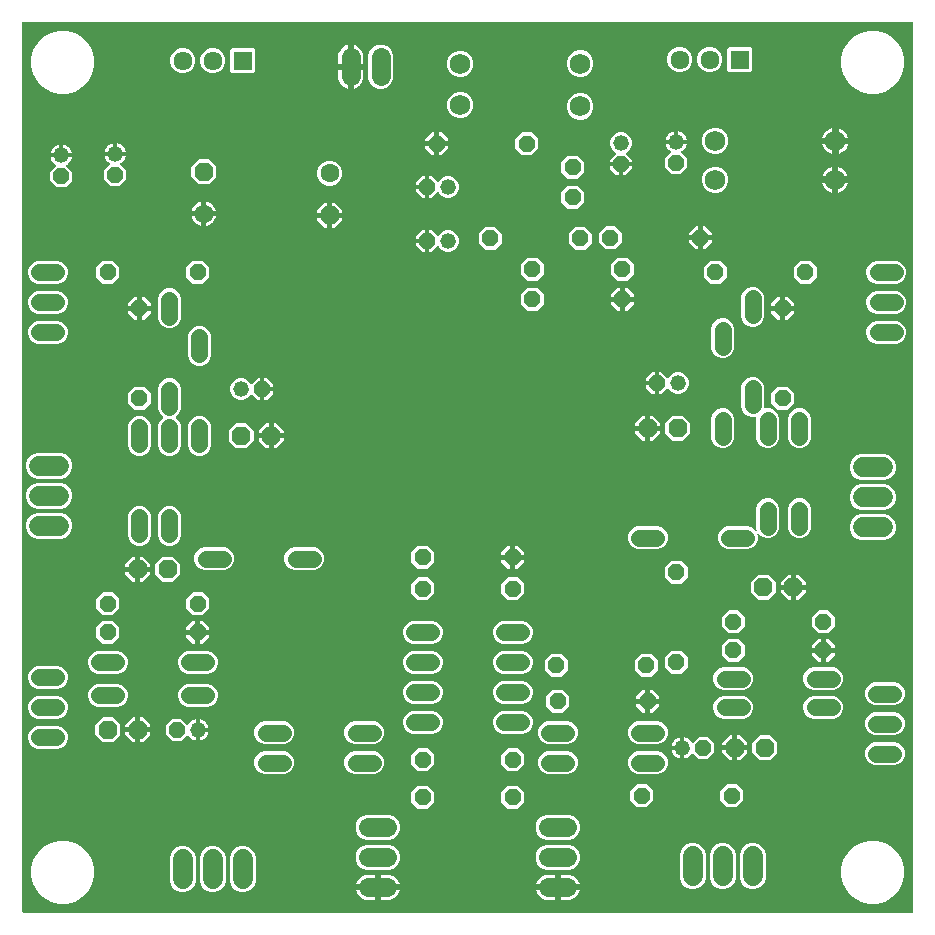
<source format=gbr>
G04 EAGLE Gerber RS-274X export*
G75*
%MOMM*%
%FSLAX34Y34*%
%LPD*%
%INBottom Copper*%
%IPPOS*%
%AMOC8*
5,1,8,0,0,1.08239X$1,22.5*%
G01*
%ADD10C,1.727200*%
%ADD11P,1.539592X8X202.500000*%
%ADD12P,1.539592X8X22.500000*%
%ADD13R,1.609600X1.609600*%
%ADD14C,1.609600*%
%ADD15C,1.625600*%
%ADD16P,1.429621X8X292.500000*%
%ADD17C,1.320800*%
%ADD18P,1.429621X8X202.500000*%
%ADD19P,1.732040X8X112.500000*%
%ADD20C,1.600200*%
%ADD21P,1.732040X8X292.500000*%
%ADD22P,1.539592X8X292.500000*%
%ADD23C,1.422400*%
%ADD24P,1.429621X8X22.500000*%
%ADD25C,1.709600*%
%ADD26P,1.539592X8X112.500000*%
%ADD27P,1.732040X8X202.500000*%
%ADD28P,1.732040X8X22.500000*%

G36*
X757671Y3850D02*
X757671Y3850D01*
X757688Y3860D01*
X757708Y3864D01*
X757797Y3917D01*
X757888Y3966D01*
X757902Y3980D01*
X757919Y3990D01*
X757986Y4069D01*
X758058Y4144D01*
X758066Y4162D01*
X758079Y4177D01*
X758118Y4273D01*
X758161Y4367D01*
X758163Y4387D01*
X758171Y4405D01*
X758189Y4572D01*
X758189Y757428D01*
X758186Y757448D01*
X758188Y757467D01*
X758166Y757569D01*
X758150Y757671D01*
X758140Y757688D01*
X758136Y757708D01*
X758083Y757797D01*
X758034Y757888D01*
X758020Y757902D01*
X758010Y757919D01*
X757931Y757986D01*
X757856Y758058D01*
X757838Y758066D01*
X757823Y758079D01*
X757727Y758118D01*
X757633Y758161D01*
X757613Y758163D01*
X757595Y758171D01*
X757428Y758189D01*
X4572Y758189D01*
X4552Y758186D01*
X4533Y758188D01*
X4431Y758166D01*
X4329Y758150D01*
X4312Y758140D01*
X4292Y758136D01*
X4203Y758083D01*
X4112Y758034D01*
X4098Y758020D01*
X4081Y758010D01*
X4014Y757931D01*
X3942Y757856D01*
X3934Y757838D01*
X3921Y757823D01*
X3882Y757727D01*
X3839Y757633D01*
X3837Y757613D01*
X3829Y757595D01*
X3811Y757428D01*
X3811Y4572D01*
X3814Y4552D01*
X3812Y4533D01*
X3834Y4431D01*
X3850Y4329D01*
X3860Y4312D01*
X3864Y4292D01*
X3917Y4203D01*
X3966Y4112D01*
X3980Y4098D01*
X3990Y4081D01*
X4069Y4014D01*
X4144Y3942D01*
X4162Y3934D01*
X4177Y3921D01*
X4273Y3882D01*
X4367Y3839D01*
X4387Y3837D01*
X4405Y3829D01*
X4572Y3811D01*
X757428Y3811D01*
X757448Y3814D01*
X757467Y3812D01*
X757569Y3834D01*
X757671Y3850D01*
G37*
%LPC*%
G36*
X34589Y697229D02*
X34589Y697229D01*
X27806Y699047D01*
X21724Y702558D01*
X16758Y707524D01*
X13247Y713606D01*
X11429Y720389D01*
X11429Y727411D01*
X13247Y734194D01*
X16758Y740276D01*
X21724Y745242D01*
X27806Y748753D01*
X34589Y750571D01*
X41611Y750571D01*
X48394Y748753D01*
X54476Y745242D01*
X59442Y740276D01*
X62953Y734194D01*
X64771Y727411D01*
X64771Y720389D01*
X62953Y713606D01*
X59442Y707524D01*
X54476Y702558D01*
X48394Y699047D01*
X41611Y697229D01*
X34589Y697229D01*
G37*
%LPD*%
%LPC*%
G36*
X720389Y697229D02*
X720389Y697229D01*
X713606Y699047D01*
X707524Y702558D01*
X702558Y707524D01*
X699047Y713606D01*
X697229Y720389D01*
X697229Y727411D01*
X699047Y734194D01*
X702558Y740276D01*
X707524Y745242D01*
X713606Y748753D01*
X720389Y750571D01*
X727411Y750571D01*
X734194Y748753D01*
X740276Y745242D01*
X745242Y740276D01*
X748753Y734194D01*
X750571Y727411D01*
X750571Y720389D01*
X748753Y713606D01*
X745242Y707524D01*
X740276Y702558D01*
X734194Y699047D01*
X727411Y697229D01*
X720389Y697229D01*
G37*
%LPD*%
%LPC*%
G36*
X720389Y11429D02*
X720389Y11429D01*
X713606Y13247D01*
X707524Y16758D01*
X702558Y21724D01*
X699047Y27806D01*
X697229Y34589D01*
X697229Y41611D01*
X699047Y48394D01*
X702558Y54476D01*
X707524Y59442D01*
X713606Y62953D01*
X720389Y64771D01*
X727411Y64771D01*
X734194Y62953D01*
X740276Y59442D01*
X745242Y54476D01*
X748753Y48394D01*
X750571Y41611D01*
X750571Y34589D01*
X748753Y27806D01*
X745242Y21724D01*
X740276Y16758D01*
X734194Y13247D01*
X727411Y11429D01*
X720389Y11429D01*
G37*
%LPD*%
%LPC*%
G36*
X34589Y11429D02*
X34589Y11429D01*
X27806Y13247D01*
X21724Y16758D01*
X16758Y21724D01*
X13247Y27806D01*
X11429Y34589D01*
X11429Y41611D01*
X13247Y48394D01*
X16758Y54476D01*
X21724Y59442D01*
X27806Y62953D01*
X34589Y64771D01*
X41611Y64771D01*
X48394Y62953D01*
X54476Y59442D01*
X59442Y54476D01*
X62953Y48394D01*
X64771Y41611D01*
X64771Y34589D01*
X62953Y27806D01*
X59442Y21724D01*
X54476Y16758D01*
X48394Y13247D01*
X41611Y11429D01*
X34589Y11429D01*
G37*
%LPD*%
%LPC*%
G36*
X625012Y327073D02*
X625012Y327073D01*
X625037Y327081D01*
X625063Y327081D01*
X625154Y327115D01*
X625248Y327142D01*
X625269Y327157D01*
X625294Y327166D01*
X625370Y327227D01*
X625450Y327282D01*
X625465Y327303D01*
X625486Y327319D01*
X625539Y327402D01*
X625597Y327479D01*
X625605Y327504D01*
X625619Y327526D01*
X625643Y327621D01*
X625673Y327713D01*
X625673Y327740D01*
X625679Y327765D01*
X625671Y327862D01*
X625671Y327959D01*
X625661Y327991D01*
X625660Y328010D01*
X625647Y328040D01*
X625624Y328120D01*
X625347Y328788D01*
X625347Y346852D01*
X626817Y350400D01*
X629532Y353115D01*
X633080Y354585D01*
X636920Y354585D01*
X640468Y353115D01*
X643183Y350400D01*
X644653Y346852D01*
X644653Y328788D01*
X643183Y325240D01*
X640468Y322525D01*
X636920Y321055D01*
X633080Y321055D01*
X629532Y322525D01*
X627330Y324727D01*
X627251Y324784D01*
X627176Y324846D01*
X627151Y324855D01*
X627130Y324871D01*
X627037Y324899D01*
X626946Y324934D01*
X626920Y324935D01*
X626895Y324943D01*
X626798Y324941D01*
X626700Y324945D01*
X626675Y324937D01*
X626649Y324937D01*
X626558Y324903D01*
X626464Y324876D01*
X626443Y324861D01*
X626418Y324852D01*
X626342Y324791D01*
X626262Y324736D01*
X626247Y324715D01*
X626226Y324699D01*
X626173Y324616D01*
X626115Y324539D01*
X626107Y324514D01*
X626093Y324492D01*
X626069Y324397D01*
X626039Y324305D01*
X626039Y324278D01*
X626033Y324253D01*
X626041Y324156D01*
X626041Y324059D01*
X626051Y324027D01*
X626052Y324008D01*
X626065Y323978D01*
X626088Y323898D01*
X626365Y323230D01*
X626365Y319390D01*
X624895Y315842D01*
X622180Y313127D01*
X618632Y311657D01*
X600568Y311657D01*
X597020Y313127D01*
X594305Y315842D01*
X592835Y319390D01*
X592835Y323230D01*
X594305Y326778D01*
X597020Y329493D01*
X600568Y330963D01*
X618632Y330963D01*
X622180Y329493D01*
X624382Y327291D01*
X624461Y327234D01*
X624536Y327172D01*
X624561Y327163D01*
X624582Y327147D01*
X624675Y327119D01*
X624766Y327084D01*
X624792Y327083D01*
X624817Y327075D01*
X624914Y327077D01*
X625012Y327073D01*
G37*
%LPD*%
%LPC*%
G36*
X633080Y397255D02*
X633080Y397255D01*
X629532Y398725D01*
X626817Y401440D01*
X625347Y404988D01*
X625347Y423086D01*
X625356Y423109D01*
X625358Y423161D01*
X625370Y423211D01*
X625365Y423262D01*
X625369Y423299D01*
X625365Y423319D01*
X625366Y423354D01*
X625352Y423404D01*
X625347Y423456D01*
X625324Y423508D01*
X625317Y423539D01*
X625309Y423554D01*
X625298Y423591D01*
X625268Y423633D01*
X625247Y423681D01*
X625206Y423726D01*
X625191Y423750D01*
X625181Y423759D01*
X625158Y423793D01*
X625116Y423824D01*
X625081Y423862D01*
X625024Y423893D01*
X625004Y423910D01*
X624994Y423914D01*
X624960Y423939D01*
X624911Y423955D01*
X624865Y423981D01*
X624801Y423992D01*
X624776Y424002D01*
X624763Y424004D01*
X624726Y424016D01*
X624674Y424015D01*
X624623Y424024D01*
X624552Y424014D01*
X624480Y424013D01*
X624412Y423993D01*
X624380Y423989D01*
X624368Y423982D01*
X624359Y423981D01*
X624347Y423974D01*
X624319Y423966D01*
X624220Y423925D01*
X620380Y423925D01*
X616832Y425395D01*
X614117Y428110D01*
X612647Y431658D01*
X612647Y449722D01*
X614117Y453270D01*
X616832Y455985D01*
X620380Y457455D01*
X624220Y457455D01*
X627768Y455985D01*
X630483Y453270D01*
X631953Y449722D01*
X631953Y431624D01*
X631944Y431601D01*
X631942Y431549D01*
X631930Y431499D01*
X631937Y431427D01*
X631934Y431356D01*
X631948Y431306D01*
X631953Y431254D01*
X631982Y431188D01*
X632002Y431119D01*
X632032Y431077D01*
X632053Y431029D01*
X632101Y430976D01*
X632142Y430917D01*
X632184Y430886D01*
X632219Y430848D01*
X632282Y430813D01*
X632340Y430771D01*
X632389Y430755D01*
X632435Y430729D01*
X632505Y430717D01*
X632574Y430694D01*
X632626Y430695D01*
X632677Y430686D01*
X632748Y430696D01*
X632820Y430697D01*
X632888Y430717D01*
X632920Y430721D01*
X632941Y430732D01*
X632981Y430744D01*
X633080Y430785D01*
X636920Y430785D01*
X640468Y429315D01*
X643183Y426600D01*
X644653Y423052D01*
X644653Y404988D01*
X643183Y401440D01*
X640468Y398725D01*
X636920Y397255D01*
X633080Y397255D01*
G37*
%LPD*%
%LPC*%
G36*
X126350Y390905D02*
X126350Y390905D01*
X122802Y392375D01*
X120087Y395090D01*
X118617Y398638D01*
X118617Y416702D01*
X120087Y420250D01*
X122844Y423007D01*
X122855Y423023D01*
X122871Y423035D01*
X122927Y423123D01*
X122987Y423206D01*
X122993Y423225D01*
X123004Y423242D01*
X123029Y423343D01*
X123060Y423442D01*
X123059Y423461D01*
X123064Y423481D01*
X123056Y423584D01*
X123053Y423687D01*
X123046Y423706D01*
X123045Y423726D01*
X123004Y423821D01*
X122969Y423918D01*
X122956Y423934D01*
X122949Y423952D01*
X122844Y424083D01*
X120087Y426840D01*
X118617Y430388D01*
X118617Y448452D01*
X120087Y452000D01*
X122802Y454715D01*
X126350Y456185D01*
X130190Y456185D01*
X133738Y454715D01*
X136453Y452000D01*
X137923Y448452D01*
X137923Y430388D01*
X136453Y426840D01*
X133696Y424083D01*
X133685Y424067D01*
X133669Y424055D01*
X133613Y423967D01*
X133553Y423884D01*
X133547Y423865D01*
X133536Y423848D01*
X133511Y423747D01*
X133480Y423648D01*
X133481Y423629D01*
X133476Y423609D01*
X133484Y423506D01*
X133487Y423403D01*
X133494Y423384D01*
X133495Y423364D01*
X133536Y423269D01*
X133571Y423172D01*
X133584Y423156D01*
X133591Y423138D01*
X133696Y423007D01*
X136453Y420250D01*
X137923Y416702D01*
X137923Y398638D01*
X136453Y395090D01*
X133738Y392375D01*
X130190Y390905D01*
X126350Y390905D01*
G37*
%LPD*%
%LPC*%
G36*
X15916Y345781D02*
X15916Y345781D01*
X11841Y347469D01*
X8721Y350589D01*
X7033Y354664D01*
X7033Y359076D01*
X8721Y363151D01*
X11841Y366271D01*
X15916Y367959D01*
X37424Y367959D01*
X41499Y366271D01*
X44619Y363151D01*
X46307Y359076D01*
X46307Y354664D01*
X44619Y350589D01*
X41499Y347469D01*
X37424Y345781D01*
X15916Y345781D01*
G37*
%LPD*%
%LPC*%
G36*
X713146Y344511D02*
X713146Y344511D01*
X709071Y346199D01*
X705951Y349319D01*
X704263Y353394D01*
X704263Y357806D01*
X705951Y361881D01*
X709071Y365001D01*
X713146Y366689D01*
X734654Y366689D01*
X738729Y365001D01*
X741849Y361881D01*
X743537Y357806D01*
X743537Y353394D01*
X741849Y349319D01*
X738729Y346199D01*
X734654Y344511D01*
X713146Y344511D01*
G37*
%LPD*%
%LPC*%
G36*
X620094Y23543D02*
X620094Y23543D01*
X616019Y25231D01*
X612899Y28351D01*
X611211Y32426D01*
X611211Y53934D01*
X612899Y58009D01*
X616019Y61129D01*
X620094Y62817D01*
X624506Y62817D01*
X628581Y61129D01*
X631701Y58009D01*
X633389Y53934D01*
X633389Y32426D01*
X631701Y28351D01*
X628581Y25231D01*
X624506Y23543D01*
X620094Y23543D01*
G37*
%LPD*%
%LPC*%
G36*
X713146Y319111D02*
X713146Y319111D01*
X709071Y320799D01*
X705951Y323919D01*
X704263Y327994D01*
X704263Y332406D01*
X705951Y336481D01*
X709071Y339601D01*
X713146Y341289D01*
X734654Y341289D01*
X738729Y339601D01*
X741849Y336481D01*
X743537Y332406D01*
X743537Y327994D01*
X741849Y323919D01*
X738729Y320799D01*
X734654Y319111D01*
X713146Y319111D01*
G37*
%LPD*%
%LPC*%
G36*
X594694Y23543D02*
X594694Y23543D01*
X590619Y25231D01*
X587499Y28351D01*
X585811Y32426D01*
X585811Y53934D01*
X587499Y58009D01*
X590619Y61129D01*
X594694Y62817D01*
X599106Y62817D01*
X603181Y61129D01*
X606301Y58009D01*
X607989Y53934D01*
X607989Y32426D01*
X606301Y28351D01*
X603181Y25231D01*
X599106Y23543D01*
X594694Y23543D01*
G37*
%LPD*%
%LPC*%
G36*
X15916Y320381D02*
X15916Y320381D01*
X11841Y322069D01*
X8721Y325189D01*
X7033Y329264D01*
X7033Y333676D01*
X8721Y337751D01*
X11841Y340871D01*
X15916Y342559D01*
X37424Y342559D01*
X41499Y340871D01*
X44619Y337751D01*
X46307Y333676D01*
X46307Y329264D01*
X44619Y325189D01*
X41499Y322069D01*
X37424Y320381D01*
X15916Y320381D01*
G37*
%LPD*%
%LPC*%
G36*
X569294Y23543D02*
X569294Y23543D01*
X565219Y25231D01*
X562099Y28351D01*
X560411Y32426D01*
X560411Y53934D01*
X562099Y58009D01*
X565219Y61129D01*
X569294Y62817D01*
X573706Y62817D01*
X577781Y61129D01*
X580901Y58009D01*
X582589Y53934D01*
X582589Y32426D01*
X580901Y28351D01*
X577781Y25231D01*
X573706Y23543D01*
X569294Y23543D01*
G37*
%LPD*%
%LPC*%
G36*
X15916Y371181D02*
X15916Y371181D01*
X11841Y372869D01*
X8721Y375989D01*
X7033Y380064D01*
X7033Y384476D01*
X8721Y388551D01*
X11841Y391671D01*
X15916Y393359D01*
X37424Y393359D01*
X41499Y391671D01*
X44619Y388551D01*
X46307Y384476D01*
X46307Y380064D01*
X44619Y375989D01*
X41499Y372869D01*
X37424Y371181D01*
X15916Y371181D01*
G37*
%LPD*%
%LPC*%
G36*
X137494Y21003D02*
X137494Y21003D01*
X133419Y22691D01*
X130299Y25811D01*
X128611Y29886D01*
X128611Y51394D01*
X130299Y55469D01*
X133419Y58589D01*
X137494Y60277D01*
X141906Y60277D01*
X145981Y58589D01*
X149101Y55469D01*
X150789Y51394D01*
X150789Y29886D01*
X149101Y25811D01*
X145981Y22691D01*
X141906Y21003D01*
X137494Y21003D01*
G37*
%LPD*%
%LPC*%
G36*
X162894Y21003D02*
X162894Y21003D01*
X158819Y22691D01*
X155699Y25811D01*
X154011Y29886D01*
X154011Y51394D01*
X155699Y55469D01*
X158819Y58589D01*
X162894Y60277D01*
X167306Y60277D01*
X171381Y58589D01*
X174501Y55469D01*
X176189Y51394D01*
X176189Y29886D01*
X174501Y25811D01*
X171381Y22691D01*
X167306Y21003D01*
X162894Y21003D01*
G37*
%LPD*%
%LPC*%
G36*
X188294Y21003D02*
X188294Y21003D01*
X184219Y22691D01*
X181099Y25811D01*
X179411Y29886D01*
X179411Y51394D01*
X181099Y55469D01*
X184219Y58589D01*
X188294Y60277D01*
X192706Y60277D01*
X196781Y58589D01*
X199901Y55469D01*
X201589Y51394D01*
X201589Y29886D01*
X199901Y25811D01*
X196781Y22691D01*
X192706Y21003D01*
X188294Y21003D01*
G37*
%LPD*%
%LPC*%
G36*
X713146Y369911D02*
X713146Y369911D01*
X709071Y371599D01*
X705951Y374719D01*
X704263Y378794D01*
X704263Y383206D01*
X705951Y387281D01*
X709071Y390401D01*
X713146Y392089D01*
X734654Y392089D01*
X738729Y390401D01*
X741849Y387281D01*
X743537Y383206D01*
X743537Y378794D01*
X741849Y374719D01*
X738729Y371599D01*
X734654Y369911D01*
X713146Y369911D01*
G37*
%LPD*%
%LPC*%
G36*
X305218Y701293D02*
X305218Y701293D01*
X301297Y702917D01*
X298295Y705919D01*
X296671Y709840D01*
X296671Y730340D01*
X298295Y734261D01*
X301297Y737263D01*
X305218Y738887D01*
X309462Y738887D01*
X313383Y737263D01*
X316385Y734261D01*
X318009Y730340D01*
X318009Y709840D01*
X316385Y705919D01*
X313383Y702917D01*
X309462Y701293D01*
X305218Y701293D01*
G37*
%LPD*%
%LPC*%
G36*
X446950Y40131D02*
X446950Y40131D01*
X443029Y41755D01*
X440027Y44757D01*
X438403Y48678D01*
X438403Y52922D01*
X440027Y56843D01*
X443029Y59845D01*
X446950Y61469D01*
X467450Y61469D01*
X471371Y59845D01*
X474373Y56843D01*
X475997Y52922D01*
X475997Y48678D01*
X474373Y44757D01*
X471371Y41755D01*
X467450Y40131D01*
X446950Y40131D01*
G37*
%LPD*%
%LPC*%
G36*
X294550Y65531D02*
X294550Y65531D01*
X290629Y67155D01*
X287627Y70157D01*
X286003Y74078D01*
X286003Y78322D01*
X287627Y82243D01*
X290629Y85245D01*
X294550Y86869D01*
X315050Y86869D01*
X318971Y85245D01*
X321973Y82243D01*
X323597Y78322D01*
X323597Y74078D01*
X321973Y70157D01*
X318971Y67155D01*
X315050Y65531D01*
X294550Y65531D01*
G37*
%LPD*%
%LPC*%
G36*
X446950Y65531D02*
X446950Y65531D01*
X443029Y67155D01*
X440027Y70157D01*
X438403Y74078D01*
X438403Y78322D01*
X440027Y82243D01*
X443029Y85245D01*
X446950Y86869D01*
X467450Y86869D01*
X471371Y85245D01*
X474373Y82243D01*
X475997Y78322D01*
X475997Y74078D01*
X474373Y70157D01*
X471371Y67155D01*
X467450Y65531D01*
X446950Y65531D01*
G37*
%LPD*%
%LPC*%
G36*
X294550Y40131D02*
X294550Y40131D01*
X290629Y41755D01*
X287627Y44757D01*
X286003Y48678D01*
X286003Y52922D01*
X287627Y56843D01*
X290629Y59845D01*
X294550Y61469D01*
X315050Y61469D01*
X318971Y59845D01*
X321973Y56843D01*
X323597Y52922D01*
X323597Y48678D01*
X321973Y44757D01*
X318971Y41755D01*
X315050Y40131D01*
X294550Y40131D01*
G37*
%LPD*%
%LPC*%
G36*
X67168Y178307D02*
X67168Y178307D01*
X63620Y179777D01*
X60905Y182492D01*
X59435Y186040D01*
X59435Y189880D01*
X60905Y193428D01*
X63620Y196143D01*
X67168Y197613D01*
X85232Y197613D01*
X88780Y196143D01*
X91495Y193428D01*
X92965Y189880D01*
X92965Y186040D01*
X91495Y182492D01*
X88780Y179777D01*
X85232Y178307D01*
X67168Y178307D01*
G37*
%LPD*%
%LPC*%
G36*
X151750Y390905D02*
X151750Y390905D01*
X148202Y392375D01*
X145487Y395090D01*
X144017Y398638D01*
X144017Y416702D01*
X145487Y420250D01*
X148202Y422965D01*
X151750Y424435D01*
X155590Y424435D01*
X159138Y422965D01*
X161853Y420250D01*
X163323Y416702D01*
X163323Y398638D01*
X161853Y395090D01*
X159138Y392375D01*
X155590Y390905D01*
X151750Y390905D01*
G37*
%LPD*%
%LPC*%
G36*
X524368Y146557D02*
X524368Y146557D01*
X520820Y148027D01*
X518105Y150742D01*
X516635Y154290D01*
X516635Y158130D01*
X518105Y161678D01*
X520820Y164393D01*
X524368Y165863D01*
X542432Y165863D01*
X545980Y164393D01*
X548695Y161678D01*
X550165Y158130D01*
X550165Y154290D01*
X548695Y150742D01*
X545980Y148027D01*
X542432Y146557D01*
X524368Y146557D01*
G37*
%LPD*%
%LPC*%
G36*
X333868Y231647D02*
X333868Y231647D01*
X330320Y233117D01*
X327605Y235832D01*
X326135Y239380D01*
X326135Y243220D01*
X327605Y246768D01*
X330320Y249483D01*
X333868Y250953D01*
X351932Y250953D01*
X355480Y249483D01*
X358195Y246768D01*
X359665Y243220D01*
X359665Y239380D01*
X358195Y235832D01*
X355480Y233117D01*
X351932Y231647D01*
X333868Y231647D01*
G37*
%LPD*%
%LPC*%
G36*
X16368Y142747D02*
X16368Y142747D01*
X12820Y144217D01*
X10105Y146932D01*
X8635Y150480D01*
X8635Y154320D01*
X10105Y157868D01*
X12820Y160583D01*
X16368Y162053D01*
X34432Y162053D01*
X37980Y160583D01*
X40695Y157868D01*
X42165Y154320D01*
X42165Y150480D01*
X40695Y146932D01*
X37980Y144217D01*
X34432Y142747D01*
X16368Y142747D01*
G37*
%LPD*%
%LPC*%
G36*
X208138Y146557D02*
X208138Y146557D01*
X204590Y148027D01*
X201875Y150742D01*
X200405Y154290D01*
X200405Y158130D01*
X201875Y161678D01*
X204590Y164393D01*
X208138Y165863D01*
X226202Y165863D01*
X229750Y164393D01*
X232465Y161678D01*
X233935Y158130D01*
X233935Y154290D01*
X232465Y150742D01*
X229750Y148027D01*
X226202Y146557D01*
X208138Y146557D01*
G37*
%LPD*%
%LPC*%
G36*
X524368Y311657D02*
X524368Y311657D01*
X520820Y313127D01*
X518105Y315842D01*
X516635Y319390D01*
X516635Y323230D01*
X518105Y326778D01*
X520820Y329493D01*
X524368Y330963D01*
X542432Y330963D01*
X545980Y329493D01*
X548695Y326778D01*
X550165Y323230D01*
X550165Y319390D01*
X548695Y315842D01*
X545980Y313127D01*
X542432Y311657D01*
X524368Y311657D01*
G37*
%LPD*%
%LPC*%
G36*
X596758Y168147D02*
X596758Y168147D01*
X593210Y169617D01*
X590495Y172332D01*
X589025Y175880D01*
X589025Y179720D01*
X590495Y183268D01*
X593210Y185983D01*
X596758Y187453D01*
X614822Y187453D01*
X618370Y185983D01*
X621085Y183268D01*
X622555Y179720D01*
X622555Y175880D01*
X621085Y172332D01*
X618370Y169617D01*
X614822Y168147D01*
X596758Y168147D01*
G37*
%LPD*%
%LPC*%
G36*
X659750Y397255D02*
X659750Y397255D01*
X656202Y398725D01*
X653487Y401440D01*
X652017Y404988D01*
X652017Y423052D01*
X653487Y426600D01*
X656202Y429315D01*
X659750Y430785D01*
X663590Y430785D01*
X667138Y429315D01*
X669853Y426600D01*
X671323Y423052D01*
X671323Y404988D01*
X669853Y401440D01*
X667138Y398725D01*
X663590Y397255D01*
X659750Y397255D01*
G37*
%LPD*%
%LPC*%
G36*
X208138Y121157D02*
X208138Y121157D01*
X204590Y122627D01*
X201875Y125342D01*
X200405Y128890D01*
X200405Y132730D01*
X201875Y136278D01*
X204590Y138993D01*
X208138Y140463D01*
X226202Y140463D01*
X229750Y138993D01*
X232465Y136278D01*
X233935Y132730D01*
X233935Y128890D01*
X232465Y125342D01*
X229750Y122627D01*
X226202Y121157D01*
X208138Y121157D01*
G37*
%LPD*%
%LPC*%
G36*
X284338Y121157D02*
X284338Y121157D01*
X280790Y122627D01*
X278075Y125342D01*
X276605Y128890D01*
X276605Y132730D01*
X278075Y136278D01*
X280790Y138993D01*
X284338Y140463D01*
X302402Y140463D01*
X305950Y138993D01*
X308665Y136278D01*
X310135Y132730D01*
X310135Y128890D01*
X308665Y125342D01*
X305950Y122627D01*
X302402Y121157D01*
X284338Y121157D01*
G37*
%LPD*%
%LPC*%
G36*
X672958Y168147D02*
X672958Y168147D01*
X669410Y169617D01*
X666695Y172332D01*
X665225Y175880D01*
X665225Y179720D01*
X666695Y183268D01*
X669410Y185983D01*
X672958Y187453D01*
X691022Y187453D01*
X694570Y185983D01*
X697285Y183268D01*
X698755Y179720D01*
X698755Y175880D01*
X697285Y172332D01*
X694570Y169617D01*
X691022Y168147D01*
X672958Y168147D01*
G37*
%LPD*%
%LPC*%
G36*
X594980Y397255D02*
X594980Y397255D01*
X591432Y398725D01*
X588717Y401440D01*
X587247Y404988D01*
X587247Y423052D01*
X588717Y426600D01*
X591432Y429315D01*
X594980Y430785D01*
X598820Y430785D01*
X602368Y429315D01*
X605083Y426600D01*
X606553Y423052D01*
X606553Y404988D01*
X605083Y401440D01*
X602368Y398725D01*
X598820Y397255D01*
X594980Y397255D01*
G37*
%LPD*%
%LPC*%
G36*
X16368Y168147D02*
X16368Y168147D01*
X12820Y169617D01*
X10105Y172332D01*
X8635Y175880D01*
X8635Y179720D01*
X10105Y183268D01*
X12820Y185983D01*
X16368Y187453D01*
X34432Y187453D01*
X37980Y185983D01*
X40695Y183268D01*
X42165Y179720D01*
X42165Y175880D01*
X40695Y172332D01*
X37980Y169617D01*
X34432Y168147D01*
X16368Y168147D01*
G37*
%LPD*%
%LPC*%
G36*
X448168Y146557D02*
X448168Y146557D01*
X444620Y148027D01*
X441905Y150742D01*
X440435Y154290D01*
X440435Y158130D01*
X441905Y161678D01*
X444620Y164393D01*
X448168Y165863D01*
X466232Y165863D01*
X469780Y164393D01*
X472495Y161678D01*
X473965Y158130D01*
X473965Y154290D01*
X472495Y150742D01*
X469780Y148027D01*
X466232Y146557D01*
X448168Y146557D01*
G37*
%LPD*%
%LPC*%
G36*
X333868Y155447D02*
X333868Y155447D01*
X330320Y156917D01*
X327605Y159632D01*
X326135Y163180D01*
X326135Y167020D01*
X327605Y170568D01*
X330320Y173283D01*
X333868Y174753D01*
X351932Y174753D01*
X355480Y173283D01*
X358195Y170568D01*
X359665Y167020D01*
X359665Y163180D01*
X358195Y159632D01*
X355480Y156917D01*
X351932Y155447D01*
X333868Y155447D01*
G37*
%LPD*%
%LPC*%
G36*
X448168Y121157D02*
X448168Y121157D01*
X444620Y122627D01*
X441905Y125342D01*
X440435Y128890D01*
X440435Y132730D01*
X441905Y136278D01*
X444620Y138993D01*
X448168Y140463D01*
X466232Y140463D01*
X469780Y138993D01*
X472495Y136278D01*
X473965Y132730D01*
X473965Y128890D01*
X472495Y125342D01*
X469780Y122627D01*
X466232Y121157D01*
X448168Y121157D01*
G37*
%LPD*%
%LPC*%
G36*
X524368Y121157D02*
X524368Y121157D01*
X520820Y122627D01*
X518105Y125342D01*
X516635Y128890D01*
X516635Y132730D01*
X518105Y136278D01*
X520820Y138993D01*
X524368Y140463D01*
X542432Y140463D01*
X545980Y138993D01*
X548695Y136278D01*
X550165Y132730D01*
X550165Y128890D01*
X548695Y125342D01*
X545980Y122627D01*
X542432Y121157D01*
X524368Y121157D01*
G37*
%LPD*%
%LPC*%
G36*
X284338Y146557D02*
X284338Y146557D01*
X280790Y148027D01*
X278075Y150742D01*
X276605Y154290D01*
X276605Y158130D01*
X278075Y161678D01*
X280790Y164393D01*
X284338Y165863D01*
X302402Y165863D01*
X305950Y164393D01*
X308665Y161678D01*
X310135Y158130D01*
X310135Y154290D01*
X308665Y150742D01*
X305950Y148027D01*
X302402Y146557D01*
X284338Y146557D01*
G37*
%LPD*%
%LPC*%
G36*
X725028Y128777D02*
X725028Y128777D01*
X721480Y130247D01*
X718765Y132962D01*
X717295Y136510D01*
X717295Y140350D01*
X718765Y143898D01*
X721480Y146613D01*
X725028Y148083D01*
X743092Y148083D01*
X746640Y146613D01*
X749355Y143898D01*
X750825Y140350D01*
X750825Y136510D01*
X749355Y132962D01*
X746640Y130247D01*
X743092Y128777D01*
X725028Y128777D01*
G37*
%LPD*%
%LPC*%
G36*
X410068Y155447D02*
X410068Y155447D01*
X406520Y156917D01*
X403805Y159632D01*
X402335Y163180D01*
X402335Y167020D01*
X403805Y170568D01*
X406520Y173283D01*
X410068Y174753D01*
X428132Y174753D01*
X431680Y173283D01*
X434395Y170568D01*
X435865Y167020D01*
X435865Y163180D01*
X434395Y159632D01*
X431680Y156917D01*
X428132Y155447D01*
X410068Y155447D01*
G37*
%LPD*%
%LPC*%
G36*
X725028Y154177D02*
X725028Y154177D01*
X721480Y155647D01*
X718765Y158362D01*
X717295Y161910D01*
X717295Y165750D01*
X718765Y169298D01*
X721480Y172013D01*
X725028Y173483D01*
X743092Y173483D01*
X746640Y172013D01*
X749355Y169298D01*
X750825Y165750D01*
X750825Y161910D01*
X749355Y158362D01*
X746640Y155647D01*
X743092Y154177D01*
X725028Y154177D01*
G37*
%LPD*%
%LPC*%
G36*
X333868Y180847D02*
X333868Y180847D01*
X330320Y182317D01*
X327605Y185032D01*
X326135Y188580D01*
X326135Y192420D01*
X327605Y195968D01*
X330320Y198683D01*
X333868Y200153D01*
X351932Y200153D01*
X355480Y198683D01*
X358195Y195968D01*
X359665Y192420D01*
X359665Y188580D01*
X358195Y185032D01*
X355480Y182317D01*
X351932Y180847D01*
X333868Y180847D01*
G37*
%LPD*%
%LPC*%
G36*
X100950Y390905D02*
X100950Y390905D01*
X97402Y392375D01*
X94687Y395090D01*
X93217Y398638D01*
X93217Y416702D01*
X94687Y420250D01*
X97402Y422965D01*
X100950Y424435D01*
X104790Y424435D01*
X108338Y422965D01*
X111053Y420250D01*
X112523Y416702D01*
X112523Y398638D01*
X111053Y395090D01*
X108338Y392375D01*
X104790Y390905D01*
X100950Y390905D01*
G37*
%LPD*%
%LPC*%
G36*
X126350Y314705D02*
X126350Y314705D01*
X122802Y316175D01*
X120087Y318890D01*
X118617Y322438D01*
X118617Y340502D01*
X120087Y344050D01*
X122802Y346765D01*
X126350Y348235D01*
X130190Y348235D01*
X133738Y346765D01*
X136453Y344050D01*
X137923Y340502D01*
X137923Y322438D01*
X136453Y318890D01*
X133738Y316175D01*
X130190Y314705D01*
X126350Y314705D01*
G37*
%LPD*%
%LPC*%
G36*
X16368Y536447D02*
X16368Y536447D01*
X12820Y537917D01*
X10105Y540632D01*
X8635Y544180D01*
X8635Y548020D01*
X10105Y551568D01*
X12820Y554283D01*
X16368Y555753D01*
X34432Y555753D01*
X37980Y554283D01*
X40695Y551568D01*
X42165Y548020D01*
X42165Y544180D01*
X40695Y540632D01*
X37980Y537917D01*
X34432Y536447D01*
X16368Y536447D01*
G37*
%LPD*%
%LPC*%
G36*
X100950Y314705D02*
X100950Y314705D01*
X97402Y316175D01*
X94687Y318890D01*
X93217Y322438D01*
X93217Y340502D01*
X94687Y344050D01*
X97402Y346765D01*
X100950Y348235D01*
X104790Y348235D01*
X108338Y346765D01*
X111053Y344050D01*
X112523Y340502D01*
X112523Y322438D01*
X111053Y318890D01*
X108338Y316175D01*
X104790Y314705D01*
X100950Y314705D01*
G37*
%LPD*%
%LPC*%
G36*
X659750Y321055D02*
X659750Y321055D01*
X656202Y322525D01*
X653487Y325240D01*
X652017Y328788D01*
X652017Y346852D01*
X653487Y350400D01*
X656202Y353115D01*
X659750Y354585D01*
X663590Y354585D01*
X667138Y353115D01*
X669853Y350400D01*
X671323Y346852D01*
X671323Y328788D01*
X669853Y325240D01*
X667138Y322525D01*
X663590Y321055D01*
X659750Y321055D01*
G37*
%LPD*%
%LPC*%
G36*
X726298Y536447D02*
X726298Y536447D01*
X722750Y537917D01*
X720035Y540632D01*
X718565Y544180D01*
X718565Y548020D01*
X720035Y551568D01*
X722750Y554283D01*
X726298Y555753D01*
X744362Y555753D01*
X747910Y554283D01*
X750625Y551568D01*
X752095Y548020D01*
X752095Y544180D01*
X750625Y540632D01*
X747910Y537917D01*
X744362Y536447D01*
X726298Y536447D01*
G37*
%LPD*%
%LPC*%
G36*
X620380Y500125D02*
X620380Y500125D01*
X616832Y501595D01*
X614117Y504310D01*
X612647Y507858D01*
X612647Y525922D01*
X614117Y529470D01*
X616832Y532185D01*
X620380Y533655D01*
X624220Y533655D01*
X627768Y532185D01*
X630483Y529470D01*
X631953Y525922D01*
X631953Y507858D01*
X630483Y504310D01*
X627768Y501595D01*
X624220Y500125D01*
X620380Y500125D01*
G37*
%LPD*%
%LPC*%
G36*
X410068Y180847D02*
X410068Y180847D01*
X406520Y182317D01*
X403805Y185032D01*
X402335Y188580D01*
X402335Y192420D01*
X403805Y195968D01*
X406520Y198683D01*
X410068Y200153D01*
X428132Y200153D01*
X431680Y198683D01*
X434395Y195968D01*
X435865Y192420D01*
X435865Y188580D01*
X434395Y185032D01*
X431680Y182317D01*
X428132Y180847D01*
X410068Y180847D01*
G37*
%LPD*%
%LPC*%
G36*
X672958Y192277D02*
X672958Y192277D01*
X669410Y193747D01*
X666695Y196462D01*
X665225Y200010D01*
X665225Y203850D01*
X666695Y207398D01*
X669410Y210113D01*
X672958Y211583D01*
X691022Y211583D01*
X694570Y210113D01*
X697285Y207398D01*
X698755Y203850D01*
X698755Y200010D01*
X697285Y196462D01*
X694570Y193747D01*
X691022Y192277D01*
X672958Y192277D01*
G37*
%LPD*%
%LPC*%
G36*
X126350Y498855D02*
X126350Y498855D01*
X122802Y500325D01*
X120087Y503040D01*
X118617Y506588D01*
X118617Y524652D01*
X120087Y528200D01*
X122802Y530915D01*
X126350Y532385D01*
X130190Y532385D01*
X133738Y530915D01*
X136453Y528200D01*
X137923Y524652D01*
X137923Y506588D01*
X136453Y503040D01*
X133738Y500325D01*
X130190Y498855D01*
X126350Y498855D01*
G37*
%LPD*%
%LPC*%
G36*
X16368Y511047D02*
X16368Y511047D01*
X12820Y512517D01*
X10105Y515232D01*
X8635Y518780D01*
X8635Y522620D01*
X10105Y526168D01*
X12820Y528883D01*
X16368Y530353D01*
X34432Y530353D01*
X37980Y528883D01*
X40695Y526168D01*
X42165Y522620D01*
X42165Y518780D01*
X40695Y515232D01*
X37980Y512517D01*
X34432Y511047D01*
X16368Y511047D01*
G37*
%LPD*%
%LPC*%
G36*
X726298Y511047D02*
X726298Y511047D01*
X722750Y512517D01*
X720035Y515232D01*
X718565Y518780D01*
X718565Y522620D01*
X720035Y526168D01*
X722750Y528883D01*
X726298Y530353D01*
X744362Y530353D01*
X747910Y528883D01*
X750625Y526168D01*
X752095Y522620D01*
X752095Y518780D01*
X750625Y515232D01*
X747910Y512517D01*
X744362Y511047D01*
X726298Y511047D01*
G37*
%LPD*%
%LPC*%
G36*
X596758Y192277D02*
X596758Y192277D01*
X593210Y193747D01*
X590495Y196462D01*
X589025Y200010D01*
X589025Y203850D01*
X590495Y207398D01*
X593210Y210113D01*
X596758Y211583D01*
X614822Y211583D01*
X618370Y210113D01*
X621085Y207398D01*
X622555Y203850D01*
X622555Y200010D01*
X621085Y196462D01*
X618370Y193747D01*
X614822Y192277D01*
X596758Y192277D01*
G37*
%LPD*%
%LPC*%
G36*
X16368Y193547D02*
X16368Y193547D01*
X12820Y195017D01*
X10105Y197732D01*
X8635Y201280D01*
X8635Y205120D01*
X10105Y208668D01*
X12820Y211383D01*
X16368Y212853D01*
X34432Y212853D01*
X37980Y211383D01*
X40695Y208668D01*
X42165Y205120D01*
X42165Y201280D01*
X40695Y197732D01*
X37980Y195017D01*
X34432Y193547D01*
X16368Y193547D01*
G37*
%LPD*%
%LPC*%
G36*
X67168Y206247D02*
X67168Y206247D01*
X63620Y207717D01*
X60905Y210432D01*
X59435Y213980D01*
X59435Y217820D01*
X60905Y221368D01*
X63620Y224083D01*
X67168Y225553D01*
X85232Y225553D01*
X88780Y224083D01*
X91495Y221368D01*
X92965Y217820D01*
X92965Y213980D01*
X91495Y210432D01*
X88780Y207717D01*
X85232Y206247D01*
X67168Y206247D01*
G37*
%LPD*%
%LPC*%
G36*
X333868Y206247D02*
X333868Y206247D01*
X330320Y207717D01*
X327605Y210432D01*
X326135Y213980D01*
X326135Y217820D01*
X327605Y221368D01*
X330320Y224083D01*
X333868Y225553D01*
X351932Y225553D01*
X355480Y224083D01*
X358195Y221368D01*
X359665Y217820D01*
X359665Y213980D01*
X358195Y210432D01*
X355480Y207717D01*
X351932Y206247D01*
X333868Y206247D01*
G37*
%LPD*%
%LPC*%
G36*
X410068Y206247D02*
X410068Y206247D01*
X406520Y207717D01*
X403805Y210432D01*
X402335Y213980D01*
X402335Y217820D01*
X403805Y221368D01*
X406520Y224083D01*
X410068Y225553D01*
X428132Y225553D01*
X431680Y224083D01*
X434395Y221368D01*
X435865Y217820D01*
X435865Y213980D01*
X434395Y210432D01*
X431680Y207717D01*
X428132Y206247D01*
X410068Y206247D01*
G37*
%LPD*%
%LPC*%
G36*
X143368Y206247D02*
X143368Y206247D01*
X139820Y207717D01*
X137105Y210432D01*
X135635Y213980D01*
X135635Y217820D01*
X137105Y221368D01*
X139820Y224083D01*
X143368Y225553D01*
X161432Y225553D01*
X164980Y224083D01*
X167695Y221368D01*
X169165Y217820D01*
X169165Y213980D01*
X167695Y210432D01*
X164980Y207717D01*
X161432Y206247D01*
X143368Y206247D01*
G37*
%LPD*%
%LPC*%
G36*
X410068Y231647D02*
X410068Y231647D01*
X406520Y233117D01*
X403805Y235832D01*
X402335Y239380D01*
X402335Y243220D01*
X403805Y246768D01*
X406520Y249483D01*
X410068Y250953D01*
X428132Y250953D01*
X431680Y249483D01*
X434395Y246768D01*
X435865Y243220D01*
X435865Y239380D01*
X434395Y235832D01*
X431680Y233117D01*
X428132Y231647D01*
X410068Y231647D01*
G37*
%LPD*%
%LPC*%
G36*
X233538Y293877D02*
X233538Y293877D01*
X229990Y295347D01*
X227275Y298062D01*
X225805Y301610D01*
X225805Y305450D01*
X227275Y308998D01*
X229990Y311713D01*
X233538Y313183D01*
X251602Y313183D01*
X255150Y311713D01*
X257865Y308998D01*
X259335Y305450D01*
X259335Y301610D01*
X257865Y298062D01*
X255150Y295347D01*
X251602Y293877D01*
X233538Y293877D01*
G37*
%LPD*%
%LPC*%
G36*
X594980Y473455D02*
X594980Y473455D01*
X591432Y474925D01*
X588717Y477640D01*
X587247Y481188D01*
X587247Y499252D01*
X588717Y502800D01*
X591432Y505515D01*
X594980Y506985D01*
X598820Y506985D01*
X602368Y505515D01*
X605083Y502800D01*
X606553Y499252D01*
X606553Y481188D01*
X605083Y477640D01*
X602368Y474925D01*
X598820Y473455D01*
X594980Y473455D01*
G37*
%LPD*%
%LPC*%
G36*
X726298Y485647D02*
X726298Y485647D01*
X722750Y487117D01*
X720035Y489832D01*
X718565Y493380D01*
X718565Y497220D01*
X720035Y500768D01*
X722750Y503483D01*
X726298Y504953D01*
X744362Y504953D01*
X747910Y503483D01*
X750625Y500768D01*
X752095Y497220D01*
X752095Y493380D01*
X750625Y489832D01*
X747910Y487117D01*
X744362Y485647D01*
X726298Y485647D01*
G37*
%LPD*%
%LPC*%
G36*
X16368Y485647D02*
X16368Y485647D01*
X12820Y487117D01*
X10105Y489832D01*
X8635Y493380D01*
X8635Y497220D01*
X10105Y500768D01*
X12820Y503483D01*
X16368Y504953D01*
X34432Y504953D01*
X37980Y503483D01*
X40695Y500768D01*
X42165Y497220D01*
X42165Y493380D01*
X40695Y489832D01*
X37980Y487117D01*
X34432Y485647D01*
X16368Y485647D01*
G37*
%LPD*%
%LPC*%
G36*
X151750Y467105D02*
X151750Y467105D01*
X148202Y468575D01*
X145487Y471290D01*
X144017Y474838D01*
X144017Y492902D01*
X145487Y496450D01*
X148202Y499165D01*
X151750Y500635D01*
X155590Y500635D01*
X159138Y499165D01*
X161853Y496450D01*
X163323Y492902D01*
X163323Y474838D01*
X161853Y471290D01*
X159138Y468575D01*
X155590Y467105D01*
X151750Y467105D01*
G37*
%LPD*%
%LPC*%
G36*
X725028Y179577D02*
X725028Y179577D01*
X721480Y181047D01*
X718765Y183762D01*
X717295Y187310D01*
X717295Y191150D01*
X718765Y194698D01*
X721480Y197413D01*
X725028Y198883D01*
X743092Y198883D01*
X746640Y197413D01*
X749355Y194698D01*
X750825Y191150D01*
X750825Y187310D01*
X749355Y183762D01*
X746640Y181047D01*
X743092Y179577D01*
X725028Y179577D01*
G37*
%LPD*%
%LPC*%
G36*
X143368Y178307D02*
X143368Y178307D01*
X139820Y179777D01*
X137105Y182492D01*
X135635Y186040D01*
X135635Y189880D01*
X137105Y193428D01*
X139820Y196143D01*
X143368Y197613D01*
X161432Y197613D01*
X164980Y196143D01*
X167695Y193428D01*
X169165Y189880D01*
X169165Y186040D01*
X167695Y182492D01*
X164980Y179777D01*
X161432Y178307D01*
X143368Y178307D01*
G37*
%LPD*%
%LPC*%
G36*
X157338Y293877D02*
X157338Y293877D01*
X153790Y295347D01*
X151075Y298062D01*
X149605Y301610D01*
X149605Y305450D01*
X151075Y308998D01*
X153790Y311713D01*
X157338Y313183D01*
X175402Y313183D01*
X178950Y311713D01*
X181665Y308998D01*
X183135Y305450D01*
X183135Y301610D01*
X181665Y298062D01*
X178950Y295347D01*
X175402Y293877D01*
X157338Y293877D01*
G37*
%LPD*%
%LPC*%
G36*
X602235Y715588D02*
X602235Y715588D01*
X600747Y717076D01*
X600747Y735277D01*
X602235Y736765D01*
X620436Y736765D01*
X621925Y735277D01*
X621925Y717076D01*
X620436Y715588D01*
X602235Y715588D01*
G37*
%LPD*%
%LPC*%
G36*
X181400Y714581D02*
X181400Y714581D01*
X179911Y716070D01*
X179911Y734270D01*
X181400Y735759D01*
X199600Y735759D01*
X201089Y734270D01*
X201089Y716070D01*
X199600Y714581D01*
X181400Y714581D01*
G37*
%LPD*%
%LPC*%
G36*
X474026Y711631D02*
X474026Y711631D01*
X469919Y713332D01*
X466775Y716476D01*
X465073Y720584D01*
X465073Y725031D01*
X466775Y729138D01*
X469919Y732282D01*
X474026Y733984D01*
X478473Y733984D01*
X482581Y732282D01*
X485725Y729138D01*
X487426Y725031D01*
X487426Y720584D01*
X485725Y716476D01*
X482581Y713332D01*
X478473Y711631D01*
X474026Y711631D01*
G37*
%LPD*%
%LPC*%
G36*
X372431Y676514D02*
X372431Y676514D01*
X368323Y678215D01*
X365179Y681359D01*
X363477Y685467D01*
X363477Y689914D01*
X365179Y694022D01*
X368323Y697166D01*
X372431Y698867D01*
X376877Y698867D01*
X380985Y697166D01*
X384129Y694022D01*
X385831Y689914D01*
X385831Y685467D01*
X384129Y681359D01*
X380985Y678215D01*
X376877Y676514D01*
X372431Y676514D01*
G37*
%LPD*%
%LPC*%
G36*
X474023Y675273D02*
X474023Y675273D01*
X469915Y676974D01*
X466771Y680118D01*
X465069Y684226D01*
X465069Y688673D01*
X466771Y692781D01*
X469915Y695925D01*
X474023Y697626D01*
X478469Y697626D01*
X482577Y695925D01*
X485721Y692781D01*
X487423Y688673D01*
X487423Y684226D01*
X485721Y680118D01*
X482577Y676974D01*
X478469Y675273D01*
X474023Y675273D01*
G37*
%LPD*%
%LPC*%
G36*
X588301Y646075D02*
X588301Y646075D01*
X584193Y647777D01*
X581049Y650921D01*
X579348Y655029D01*
X579348Y659475D01*
X581049Y663583D01*
X584193Y666727D01*
X588301Y668428D01*
X592748Y668428D01*
X596856Y666727D01*
X600000Y663583D01*
X601701Y659475D01*
X601701Y655029D01*
X600000Y650921D01*
X596856Y647777D01*
X592748Y646075D01*
X588301Y646075D01*
G37*
%LPD*%
%LPC*%
G36*
X588219Y613191D02*
X588219Y613191D01*
X584111Y614893D01*
X580967Y618037D01*
X579266Y622145D01*
X579266Y626591D01*
X580967Y630699D01*
X584111Y633843D01*
X588219Y635545D01*
X592666Y635545D01*
X596774Y633843D01*
X599918Y630699D01*
X601619Y626591D01*
X601619Y622145D01*
X599918Y618037D01*
X596774Y614893D01*
X592666Y613191D01*
X588219Y613191D01*
G37*
%LPD*%
%LPC*%
G36*
X372427Y711276D02*
X372427Y711276D01*
X368319Y712977D01*
X365175Y716122D01*
X363474Y720229D01*
X363474Y724676D01*
X365175Y728784D01*
X368319Y731928D01*
X372427Y733629D01*
X376873Y733629D01*
X380981Y731928D01*
X384125Y728784D01*
X385827Y724676D01*
X385827Y720229D01*
X384125Y716122D01*
X380981Y712977D01*
X376873Y711276D01*
X372427Y711276D01*
G37*
%LPD*%
%LPC*%
G36*
X576602Y134365D02*
X576602Y134365D01*
X571800Y139167D01*
X571724Y139222D01*
X571652Y139283D01*
X571625Y139293D01*
X571601Y139310D01*
X571511Y139338D01*
X571423Y139373D01*
X571394Y139374D01*
X571366Y139383D01*
X571271Y139380D01*
X571177Y139385D01*
X571149Y139377D01*
X571120Y139376D01*
X571031Y139344D01*
X570940Y139319D01*
X570916Y139302D01*
X570889Y139292D01*
X570815Y139233D01*
X570737Y139180D01*
X570714Y139152D01*
X570697Y139138D01*
X570679Y139111D01*
X570629Y139052D01*
X569954Y138041D01*
X569936Y138016D01*
X569846Y137912D01*
X569585Y137552D01*
X568567Y136535D01*
X567840Y136006D01*
X567242Y135607D01*
X566442Y135199D01*
X566121Y135066D01*
X565777Y134924D01*
X564923Y134646D01*
X564387Y134540D01*
X564387Y143256D01*
X564384Y143282D01*
X564386Y143308D01*
X564364Y143455D01*
X564360Y143491D01*
X564360Y143495D01*
X564368Y143520D01*
X564387Y143764D01*
X564387Y152480D01*
X564923Y152374D01*
X565777Y152096D01*
X566121Y151954D01*
X566442Y151821D01*
X567242Y151413D01*
X567840Y151014D01*
X568567Y150485D01*
X569585Y149468D01*
X569846Y149108D01*
X569890Y149061D01*
X569907Y149036D01*
X569930Y149015D01*
X570629Y147968D01*
X570694Y147900D01*
X570753Y147826D01*
X570777Y147810D01*
X570797Y147789D01*
X570880Y147744D01*
X570959Y147693D01*
X570988Y147686D01*
X571014Y147672D01*
X571106Y147656D01*
X571198Y147633D01*
X571227Y147635D01*
X571256Y147630D01*
X571349Y147645D01*
X571443Y147652D01*
X571470Y147663D01*
X571499Y147668D01*
X571583Y147711D01*
X571670Y147748D01*
X571698Y147771D01*
X571717Y147781D01*
X571740Y147805D01*
X571800Y147853D01*
X576602Y152655D01*
X584178Y152655D01*
X589535Y147298D01*
X589535Y139722D01*
X584178Y134365D01*
X576602Y134365D01*
G37*
%LPD*%
%LPC*%
G36*
X143833Y162875D02*
X143833Y162875D01*
X143861Y162883D01*
X143890Y162884D01*
X143979Y162916D01*
X144070Y162941D01*
X144094Y162958D01*
X144121Y162968D01*
X144195Y163027D01*
X144273Y163080D01*
X144296Y163108D01*
X144313Y163122D01*
X144331Y163149D01*
X144381Y163208D01*
X145056Y164219D01*
X145074Y164244D01*
X145164Y164348D01*
X145425Y164707D01*
X146443Y165725D01*
X147170Y166254D01*
X147768Y166653D01*
X148568Y167061D01*
X148889Y167194D01*
X149233Y167336D01*
X150087Y167614D01*
X150423Y167681D01*
X150623Y167720D01*
X150623Y159004D01*
X150626Y158978D01*
X150624Y158952D01*
X150646Y158805D01*
X150650Y158769D01*
X150649Y158765D01*
X150642Y158740D01*
X150623Y158496D01*
X150623Y149780D01*
X150423Y149819D01*
X150087Y149886D01*
X149233Y150164D01*
X148889Y150306D01*
X148568Y150439D01*
X147768Y150847D01*
X147170Y151246D01*
X146443Y151775D01*
X145425Y152793D01*
X145164Y153152D01*
X145085Y153238D01*
X144381Y154292D01*
X144316Y154361D01*
X144257Y154434D01*
X144233Y154450D01*
X144213Y154471D01*
X144130Y154516D01*
X144051Y154567D01*
X144022Y154574D01*
X143996Y154588D01*
X143904Y154604D01*
X143812Y154627D01*
X143783Y154625D01*
X143754Y154630D01*
X143661Y154615D01*
X143567Y154608D01*
X143540Y154597D01*
X143511Y154592D01*
X143427Y154549D01*
X143340Y154512D01*
X143312Y154489D01*
X143293Y154479D01*
X143270Y154455D01*
X143210Y154407D01*
X138408Y149605D01*
X130832Y149605D01*
X125475Y154962D01*
X125475Y162538D01*
X130832Y167895D01*
X138408Y167895D01*
X143210Y163093D01*
X143286Y163038D01*
X143358Y162977D01*
X143386Y162967D01*
X143409Y162950D01*
X143499Y162922D01*
X143587Y162887D01*
X143616Y162886D01*
X143644Y162877D01*
X143739Y162880D01*
X143833Y162875D01*
G37*
%LPD*%
%LPC*%
G36*
X78762Y619505D02*
X78762Y619505D01*
X73405Y624862D01*
X73405Y632438D01*
X78207Y637240D01*
X78262Y637316D01*
X78323Y637388D01*
X78333Y637416D01*
X78350Y637439D01*
X78378Y637529D01*
X78413Y637617D01*
X78414Y637646D01*
X78423Y637674D01*
X78420Y637769D01*
X78425Y637863D01*
X78417Y637891D01*
X78416Y637920D01*
X78384Y638009D01*
X78359Y638100D01*
X78342Y638124D01*
X78332Y638151D01*
X78273Y638225D01*
X78220Y638303D01*
X78192Y638326D01*
X78178Y638343D01*
X78151Y638361D01*
X78092Y638411D01*
X77115Y639063D01*
X77081Y639086D01*
X77056Y639104D01*
X76952Y639194D01*
X76593Y639455D01*
X75575Y640473D01*
X75046Y641200D01*
X74647Y641798D01*
X74239Y642598D01*
X73964Y643263D01*
X73686Y644117D01*
X73667Y644213D01*
X73580Y644653D01*
X82296Y644653D01*
X82322Y644656D01*
X82348Y644654D01*
X82495Y644676D01*
X82531Y644680D01*
X82535Y644679D01*
X82560Y644672D01*
X82804Y644653D01*
X91520Y644653D01*
X91414Y644117D01*
X91136Y643263D01*
X90861Y642598D01*
X90453Y641798D01*
X90054Y641200D01*
X89525Y640473D01*
X88507Y639455D01*
X88148Y639194D01*
X88062Y639115D01*
X87008Y638411D01*
X86939Y638346D01*
X86866Y638287D01*
X86850Y638263D01*
X86829Y638243D01*
X86784Y638160D01*
X86733Y638081D01*
X86726Y638052D01*
X86712Y638026D01*
X86696Y637934D01*
X86673Y637842D01*
X86675Y637813D01*
X86670Y637784D01*
X86685Y637691D01*
X86692Y637597D01*
X86703Y637570D01*
X86708Y637541D01*
X86751Y637457D01*
X86788Y637370D01*
X86811Y637342D01*
X86821Y637323D01*
X86845Y637300D01*
X86893Y637240D01*
X91695Y632438D01*
X91695Y624862D01*
X86338Y619505D01*
X78762Y619505D01*
G37*
%LPD*%
%LPC*%
G36*
X553742Y629665D02*
X553742Y629665D01*
X548385Y635022D01*
X548385Y642598D01*
X553187Y647400D01*
X553242Y647476D01*
X553303Y647548D01*
X553313Y647576D01*
X553330Y647599D01*
X553358Y647689D01*
X553393Y647777D01*
X553394Y647806D01*
X553403Y647834D01*
X553400Y647929D01*
X553405Y648023D01*
X553397Y648051D01*
X553396Y648080D01*
X553364Y648169D01*
X553339Y648260D01*
X553322Y648284D01*
X553312Y648311D01*
X553253Y648385D01*
X553200Y648463D01*
X553172Y648486D01*
X553158Y648503D01*
X553131Y648521D01*
X553072Y648571D01*
X552061Y649246D01*
X552036Y649264D01*
X551932Y649354D01*
X551573Y649615D01*
X550555Y650633D01*
X550026Y651360D01*
X549627Y651958D01*
X549219Y652758D01*
X549135Y652961D01*
X548951Y653405D01*
X548944Y653423D01*
X548666Y654277D01*
X548615Y654534D01*
X548560Y654813D01*
X557276Y654813D01*
X557302Y654816D01*
X557328Y654814D01*
X557475Y654836D01*
X557511Y654840D01*
X557515Y654839D01*
X557540Y654832D01*
X557784Y654813D01*
X566500Y654813D01*
X566394Y654277D01*
X566116Y653423D01*
X566109Y653405D01*
X565925Y652961D01*
X565841Y652758D01*
X565433Y651958D01*
X565034Y651360D01*
X564505Y650633D01*
X563487Y649615D01*
X563128Y649354D01*
X563105Y649332D01*
X563089Y649322D01*
X563054Y649286D01*
X563042Y649275D01*
X561988Y648571D01*
X561919Y648506D01*
X561846Y648447D01*
X561830Y648423D01*
X561809Y648403D01*
X561764Y648320D01*
X561713Y648241D01*
X561706Y648212D01*
X561692Y648186D01*
X561676Y648094D01*
X561653Y648002D01*
X561655Y647973D01*
X561650Y647944D01*
X561665Y647851D01*
X561672Y647757D01*
X561683Y647730D01*
X561688Y647701D01*
X561731Y647617D01*
X561768Y647530D01*
X561791Y647502D01*
X561801Y647483D01*
X561825Y647460D01*
X561873Y647400D01*
X566675Y642598D01*
X566675Y635022D01*
X561318Y629665D01*
X553742Y629665D01*
G37*
%LPD*%
%LPC*%
G36*
X33042Y618235D02*
X33042Y618235D01*
X27685Y623592D01*
X27685Y631168D01*
X32487Y635970D01*
X32542Y636046D01*
X32603Y636118D01*
X32613Y636145D01*
X32630Y636169D01*
X32658Y636259D01*
X32693Y636347D01*
X32694Y636376D01*
X32703Y636404D01*
X32700Y636499D01*
X32705Y636593D01*
X32697Y636621D01*
X32696Y636650D01*
X32664Y636739D01*
X32639Y636830D01*
X32622Y636854D01*
X32612Y636881D01*
X32553Y636955D01*
X32500Y637033D01*
X32472Y637056D01*
X32458Y637073D01*
X32431Y637091D01*
X32372Y637141D01*
X31432Y637769D01*
X31361Y637816D01*
X31336Y637834D01*
X31232Y637924D01*
X30872Y638185D01*
X29855Y639203D01*
X29326Y639930D01*
X28927Y640528D01*
X28519Y641328D01*
X28244Y641993D01*
X27966Y642847D01*
X27860Y643383D01*
X36576Y643383D01*
X36602Y643386D01*
X36628Y643384D01*
X36775Y643406D01*
X36811Y643410D01*
X36815Y643409D01*
X36840Y643402D01*
X37084Y643383D01*
X45800Y643383D01*
X45694Y642847D01*
X45416Y641993D01*
X45141Y641328D01*
X44733Y640528D01*
X44334Y639930D01*
X43805Y639203D01*
X42788Y638185D01*
X42428Y637924D01*
X42342Y637845D01*
X42326Y637834D01*
X41288Y637141D01*
X41220Y637076D01*
X41146Y637017D01*
X41130Y636993D01*
X41109Y636973D01*
X41064Y636890D01*
X41013Y636811D01*
X41006Y636782D01*
X40992Y636756D01*
X40976Y636664D01*
X40953Y636572D01*
X40955Y636543D01*
X40950Y636514D01*
X40965Y636421D01*
X40972Y636327D01*
X40983Y636300D01*
X40988Y636271D01*
X41031Y636187D01*
X41068Y636100D01*
X41091Y636072D01*
X41101Y636053D01*
X41125Y636030D01*
X41173Y635970D01*
X45975Y631168D01*
X45975Y623592D01*
X40618Y618235D01*
X33042Y618235D01*
G37*
%LPD*%
%LPC*%
G36*
X510555Y639290D02*
X510555Y639290D01*
X510530Y639298D01*
X510286Y639317D01*
X501395Y639317D01*
X501395Y641328D01*
X506163Y646096D01*
X506190Y646133D01*
X506224Y646164D01*
X506261Y646232D01*
X506307Y646295D01*
X506320Y646339D01*
X506342Y646379D01*
X506356Y646456D01*
X506379Y646530D01*
X506378Y646576D01*
X506386Y646621D01*
X506375Y646698D01*
X506373Y646776D01*
X506357Y646819D01*
X506350Y646865D01*
X506315Y646934D01*
X506288Y647007D01*
X506259Y647043D01*
X506239Y647084D01*
X506183Y647139D01*
X506134Y647199D01*
X506096Y647224D01*
X506063Y647256D01*
X505943Y647322D01*
X505927Y647332D01*
X505923Y647334D01*
X505916Y647337D01*
X505360Y647567D01*
X502787Y650140D01*
X501395Y653501D01*
X501395Y657139D01*
X502787Y660500D01*
X505360Y663073D01*
X508721Y664465D01*
X512359Y664465D01*
X515720Y663073D01*
X518293Y660500D01*
X519685Y657139D01*
X519685Y653501D01*
X518293Y650140D01*
X515720Y647567D01*
X515164Y647337D01*
X515125Y647313D01*
X515082Y647297D01*
X515021Y647249D01*
X514955Y647208D01*
X514926Y647172D01*
X514890Y647143D01*
X514848Y647078D01*
X514798Y647018D01*
X514782Y646975D01*
X514757Y646937D01*
X514738Y646861D01*
X514710Y646788D01*
X514708Y646743D01*
X514697Y646698D01*
X514703Y646621D01*
X514700Y646543D01*
X514712Y646499D01*
X514716Y646453D01*
X514746Y646381D01*
X514768Y646306D01*
X514794Y646269D01*
X514812Y646227D01*
X514898Y646120D01*
X514908Y646104D01*
X514912Y646101D01*
X514917Y646096D01*
X519685Y641328D01*
X519685Y639317D01*
X510794Y639317D01*
X510768Y639314D01*
X510742Y639316D01*
X510595Y639294D01*
X510559Y639290D01*
X510555Y639290D01*
G37*
%LPD*%
%LPC*%
G36*
X355791Y576924D02*
X355791Y576924D01*
X355868Y576935D01*
X355946Y576937D01*
X355989Y576953D01*
X356035Y576960D01*
X356104Y576995D01*
X356177Y577022D01*
X356213Y577051D01*
X356254Y577071D01*
X356309Y577127D01*
X356369Y577176D01*
X356394Y577214D01*
X356426Y577247D01*
X356492Y577367D01*
X356502Y577383D01*
X356504Y577387D01*
X356507Y577394D01*
X356737Y577950D01*
X359310Y580523D01*
X362671Y581915D01*
X366309Y581915D01*
X369670Y580523D01*
X372243Y577950D01*
X373635Y574589D01*
X373635Y570951D01*
X372243Y567590D01*
X369670Y565017D01*
X366309Y563625D01*
X362671Y563625D01*
X359310Y565017D01*
X356737Y567590D01*
X356507Y568146D01*
X356483Y568185D01*
X356467Y568228D01*
X356419Y568289D01*
X356378Y568355D01*
X356342Y568384D01*
X356313Y568420D01*
X356248Y568462D01*
X356188Y568512D01*
X356145Y568528D01*
X356107Y568553D01*
X356031Y568572D01*
X355958Y568600D01*
X355913Y568602D01*
X355868Y568613D01*
X355791Y568607D01*
X355713Y568610D01*
X355669Y568598D01*
X355623Y568594D01*
X355551Y568564D01*
X355476Y568542D01*
X355439Y568516D01*
X355397Y568498D01*
X355290Y568412D01*
X355274Y568402D01*
X355271Y568398D01*
X355266Y568393D01*
X350498Y563625D01*
X348487Y563625D01*
X348487Y572516D01*
X348484Y572542D01*
X348486Y572568D01*
X348464Y572715D01*
X348460Y572751D01*
X348460Y572755D01*
X348468Y572780D01*
X348487Y573024D01*
X348487Y581915D01*
X350498Y581915D01*
X355266Y577147D01*
X355303Y577120D01*
X355334Y577086D01*
X355402Y577049D01*
X355465Y577003D01*
X355509Y576990D01*
X355549Y576968D01*
X355626Y576954D01*
X355700Y576931D01*
X355746Y576932D01*
X355791Y576924D01*
G37*
%LPD*%
%LPC*%
G36*
X550101Y456274D02*
X550101Y456274D01*
X550178Y456285D01*
X550256Y456287D01*
X550299Y456303D01*
X550345Y456310D01*
X550414Y456345D01*
X550487Y456372D01*
X550523Y456401D01*
X550564Y456421D01*
X550619Y456477D01*
X550679Y456526D01*
X550704Y456564D01*
X550736Y456597D01*
X550802Y456717D01*
X550812Y456733D01*
X550814Y456737D01*
X550817Y456744D01*
X551047Y457300D01*
X553620Y459873D01*
X556981Y461265D01*
X560619Y461265D01*
X563980Y459873D01*
X566553Y457300D01*
X567945Y453939D01*
X567945Y450301D01*
X566553Y446940D01*
X563980Y444367D01*
X560619Y442975D01*
X556981Y442975D01*
X553620Y444367D01*
X551047Y446940D01*
X550817Y447496D01*
X550793Y447535D01*
X550777Y447578D01*
X550729Y447639D01*
X550688Y447705D01*
X550652Y447734D01*
X550623Y447770D01*
X550558Y447812D01*
X550498Y447862D01*
X550455Y447878D01*
X550417Y447903D01*
X550341Y447922D01*
X550268Y447950D01*
X550223Y447952D01*
X550178Y447963D01*
X550101Y447957D01*
X550023Y447960D01*
X549979Y447948D01*
X549933Y447944D01*
X549861Y447914D01*
X549786Y447892D01*
X549749Y447866D01*
X549707Y447848D01*
X549600Y447762D01*
X549584Y447752D01*
X549581Y447748D01*
X549576Y447743D01*
X544808Y442975D01*
X542797Y442975D01*
X542797Y451866D01*
X542794Y451892D01*
X542796Y451918D01*
X542774Y452065D01*
X542770Y452101D01*
X542770Y452105D01*
X542778Y452130D01*
X542797Y452374D01*
X542797Y461265D01*
X544808Y461265D01*
X549576Y456497D01*
X549613Y456470D01*
X549644Y456436D01*
X549712Y456399D01*
X549775Y456353D01*
X549819Y456340D01*
X549859Y456318D01*
X549936Y456304D01*
X550010Y456281D01*
X550056Y456282D01*
X550101Y456274D01*
G37*
%LPD*%
%LPC*%
G36*
X198007Y451200D02*
X198007Y451200D01*
X198051Y451212D01*
X198097Y451216D01*
X198169Y451246D01*
X198244Y451268D01*
X198281Y451294D01*
X198323Y451312D01*
X198430Y451397D01*
X198446Y451408D01*
X198449Y451412D01*
X198454Y451417D01*
X203222Y456185D01*
X205233Y456185D01*
X205233Y447294D01*
X205236Y447268D01*
X205234Y447242D01*
X205256Y447095D01*
X205260Y447059D01*
X205259Y447055D01*
X205252Y447030D01*
X205233Y446786D01*
X205233Y437895D01*
X203222Y437895D01*
X198454Y442663D01*
X198417Y442690D01*
X198386Y442724D01*
X198318Y442761D01*
X198255Y442807D01*
X198211Y442820D01*
X198171Y442842D01*
X198094Y442856D01*
X198020Y442879D01*
X197974Y442878D01*
X197929Y442886D01*
X197852Y442875D01*
X197774Y442873D01*
X197731Y442857D01*
X197685Y442850D01*
X197616Y442815D01*
X197543Y442788D01*
X197507Y442759D01*
X197466Y442739D01*
X197411Y442683D01*
X197351Y442634D01*
X197326Y442596D01*
X197294Y442563D01*
X197228Y442443D01*
X197218Y442427D01*
X197216Y442423D01*
X197213Y442416D01*
X196983Y441860D01*
X194410Y439287D01*
X191049Y437895D01*
X187411Y437895D01*
X184050Y439287D01*
X181477Y441860D01*
X180085Y445221D01*
X180085Y448859D01*
X181477Y452220D01*
X184050Y454793D01*
X187411Y456185D01*
X191049Y456185D01*
X194410Y454793D01*
X196983Y452220D01*
X197213Y451664D01*
X197237Y451625D01*
X197253Y451582D01*
X197301Y451521D01*
X197342Y451455D01*
X197378Y451426D01*
X197407Y451390D01*
X197472Y451348D01*
X197532Y451298D01*
X197575Y451282D01*
X197613Y451257D01*
X197689Y451238D01*
X197762Y451210D01*
X197807Y451208D01*
X197852Y451197D01*
X197929Y451203D01*
X198007Y451200D01*
G37*
%LPD*%
%LPC*%
G36*
X348487Y609345D02*
X348487Y609345D01*
X348487Y618236D01*
X348484Y618262D01*
X348486Y618288D01*
X348464Y618435D01*
X348460Y618471D01*
X348460Y618475D01*
X348468Y618500D01*
X348487Y618744D01*
X348487Y627635D01*
X350498Y627635D01*
X355266Y622867D01*
X355303Y622840D01*
X355334Y622806D01*
X355402Y622769D01*
X355465Y622723D01*
X355509Y622710D01*
X355549Y622688D01*
X355626Y622674D01*
X355700Y622651D01*
X355746Y622652D01*
X355791Y622644D01*
X355868Y622655D01*
X355946Y622657D01*
X355989Y622673D01*
X356035Y622680D01*
X356104Y622715D01*
X356177Y622742D01*
X356213Y622771D01*
X356254Y622791D01*
X356309Y622847D01*
X356369Y622896D01*
X356394Y622934D01*
X356426Y622967D01*
X356492Y623087D01*
X356502Y623103D01*
X356504Y623107D01*
X356507Y623114D01*
X356737Y623670D01*
X359310Y626243D01*
X362671Y627635D01*
X366309Y627635D01*
X369670Y626243D01*
X372243Y623670D01*
X373635Y620309D01*
X373635Y616671D01*
X372243Y613310D01*
X369670Y610737D01*
X366309Y609345D01*
X362671Y609345D01*
X359310Y610737D01*
X356737Y613310D01*
X356507Y613866D01*
X356483Y613905D01*
X356467Y613948D01*
X356420Y614007D01*
X356387Y614063D01*
X356383Y614066D01*
X356378Y614075D01*
X356342Y614104D01*
X356313Y614140D01*
X356248Y614182D01*
X356224Y614202D01*
X356200Y614223D01*
X356198Y614223D01*
X356188Y614232D01*
X356145Y614248D01*
X356107Y614273D01*
X356031Y614292D01*
X355958Y614320D01*
X355913Y614322D01*
X355868Y614333D01*
X355831Y614330D01*
X355805Y614333D01*
X355801Y614333D01*
X355770Y614328D01*
X355713Y614330D01*
X355669Y614318D01*
X355623Y614314D01*
X355584Y614298D01*
X355558Y614293D01*
X355526Y614276D01*
X355476Y614262D01*
X355439Y614236D01*
X355397Y614218D01*
X355360Y614188D01*
X355341Y614178D01*
X355321Y614157D01*
X355290Y614132D01*
X355274Y614122D01*
X355271Y614118D01*
X355266Y614113D01*
X350498Y609345D01*
X348487Y609345D01*
G37*
%LPD*%
%LPC*%
G36*
X628093Y132968D02*
X628093Y132968D01*
X621918Y139143D01*
X621918Y147877D01*
X628093Y154052D01*
X636827Y154052D01*
X643002Y147877D01*
X643002Y139143D01*
X636827Y132968D01*
X628093Y132968D01*
G37*
%LPD*%
%LPC*%
G36*
X71833Y148208D02*
X71833Y148208D01*
X65658Y154383D01*
X65658Y163117D01*
X71833Y169292D01*
X80567Y169292D01*
X86742Y163117D01*
X86742Y154383D01*
X80567Y148208D01*
X71833Y148208D01*
G37*
%LPD*%
%LPC*%
G36*
X184863Y397128D02*
X184863Y397128D01*
X178688Y403303D01*
X178688Y412037D01*
X184863Y418212D01*
X193597Y418212D01*
X199772Y412037D01*
X199772Y403303D01*
X193597Y397128D01*
X184863Y397128D01*
G37*
%LPD*%
%LPC*%
G36*
X626823Y268858D02*
X626823Y268858D01*
X620648Y275033D01*
X620648Y283767D01*
X626823Y289942D01*
X635557Y289942D01*
X641732Y283767D01*
X641732Y275033D01*
X635557Y268858D01*
X626823Y268858D01*
G37*
%LPD*%
%LPC*%
G36*
X554433Y403478D02*
X554433Y403478D01*
X548258Y409653D01*
X548258Y418387D01*
X554433Y424562D01*
X563167Y424562D01*
X569342Y418387D01*
X569342Y409653D01*
X563167Y403478D01*
X554433Y403478D01*
G37*
%LPD*%
%LPC*%
G36*
X122633Y284098D02*
X122633Y284098D01*
X116458Y290273D01*
X116458Y299007D01*
X122633Y305182D01*
X131367Y305182D01*
X137542Y299007D01*
X137542Y290273D01*
X131367Y284098D01*
X122633Y284098D01*
G37*
%LPD*%
%LPC*%
G36*
X153113Y620648D02*
X153113Y620648D01*
X146938Y626823D01*
X146938Y635557D01*
X153113Y641732D01*
X161847Y641732D01*
X168022Y635557D01*
X168022Y626823D01*
X161847Y620648D01*
X153113Y620648D01*
G37*
%LPD*%
%LPC*%
G36*
X162994Y714581D02*
X162994Y714581D01*
X159102Y716193D01*
X156123Y719172D01*
X154511Y723064D01*
X154511Y727276D01*
X156123Y731168D01*
X159102Y734147D01*
X162994Y735759D01*
X167206Y735759D01*
X171098Y734147D01*
X174077Y731168D01*
X175689Y727276D01*
X175689Y723064D01*
X174077Y719172D01*
X171098Y716193D01*
X167206Y714581D01*
X162994Y714581D01*
G37*
%LPD*%
%LPC*%
G36*
X583830Y715588D02*
X583830Y715588D01*
X579938Y717200D01*
X576959Y720179D01*
X575347Y724071D01*
X575347Y728283D01*
X576959Y732175D01*
X579938Y735153D01*
X583830Y736765D01*
X588042Y736765D01*
X591934Y735153D01*
X594912Y732175D01*
X596525Y728283D01*
X596525Y724071D01*
X594912Y720179D01*
X591934Y717200D01*
X588042Y715588D01*
X583830Y715588D01*
G37*
%LPD*%
%LPC*%
G36*
X558430Y715588D02*
X558430Y715588D01*
X554538Y717200D01*
X551559Y720179D01*
X549947Y724071D01*
X549947Y728283D01*
X551559Y732175D01*
X554538Y735153D01*
X558430Y736765D01*
X562642Y736765D01*
X566534Y735153D01*
X569512Y732175D01*
X571125Y728283D01*
X571125Y724071D01*
X569512Y720179D01*
X566534Y717200D01*
X562642Y715588D01*
X558430Y715588D01*
G37*
%LPD*%
%LPC*%
G36*
X137594Y714581D02*
X137594Y714581D01*
X133702Y716193D01*
X130723Y719172D01*
X129111Y723064D01*
X129111Y727276D01*
X130723Y731168D01*
X133702Y734147D01*
X137594Y735759D01*
X141806Y735759D01*
X145698Y734147D01*
X148677Y731168D01*
X150289Y727276D01*
X150289Y723064D01*
X148677Y719172D01*
X145698Y716193D01*
X141806Y714581D01*
X137594Y714581D01*
G37*
%LPD*%
%LPC*%
G36*
X262063Y619378D02*
X262063Y619378D01*
X258189Y620983D01*
X255223Y623949D01*
X253618Y627823D01*
X253618Y632017D01*
X255223Y635891D01*
X258189Y638857D01*
X262063Y640462D01*
X266257Y640462D01*
X270131Y638857D01*
X273097Y635891D01*
X274702Y632017D01*
X274702Y627823D01*
X273097Y623949D01*
X270131Y620983D01*
X266257Y619378D01*
X262063Y619378D01*
G37*
%LPD*%
%LPC*%
G36*
X600522Y93217D02*
X600522Y93217D01*
X594867Y98872D01*
X594867Y106868D01*
X600522Y112523D01*
X608518Y112523D01*
X614173Y106868D01*
X614173Y98872D01*
X608518Y93217D01*
X600522Y93217D01*
G37*
%LPD*%
%LPC*%
G36*
X415102Y91947D02*
X415102Y91947D01*
X409447Y97602D01*
X409447Y105598D01*
X415102Y111253D01*
X423098Y111253D01*
X428753Y105598D01*
X428753Y97602D01*
X423098Y91947D01*
X415102Y91947D01*
G37*
%LPD*%
%LPC*%
G36*
X338902Y91947D02*
X338902Y91947D01*
X333247Y97602D01*
X333247Y105598D01*
X338902Y111253D01*
X346898Y111253D01*
X352553Y105598D01*
X352553Y97602D01*
X346898Y91947D01*
X338902Y91947D01*
G37*
%LPD*%
%LPC*%
G36*
X427028Y645319D02*
X427028Y645319D01*
X421373Y650973D01*
X421373Y658970D01*
X427028Y664624D01*
X435024Y664624D01*
X440679Y658970D01*
X440679Y650973D01*
X435024Y645319D01*
X427028Y645319D01*
G37*
%LPD*%
%LPC*%
G36*
X72202Y255777D02*
X72202Y255777D01*
X66547Y261432D01*
X66547Y269428D01*
X72202Y275083D01*
X80198Y275083D01*
X85853Y269428D01*
X85853Y261432D01*
X80198Y255777D01*
X72202Y255777D01*
G37*
%LPD*%
%LPC*%
G36*
X465902Y625347D02*
X465902Y625347D01*
X460247Y631002D01*
X460247Y638998D01*
X465902Y644653D01*
X473898Y644653D01*
X479553Y638998D01*
X479553Y631002D01*
X473898Y625347D01*
X465902Y625347D01*
G37*
%LPD*%
%LPC*%
G36*
X465902Y599947D02*
X465902Y599947D01*
X460247Y605602D01*
X460247Y613598D01*
X465902Y619253D01*
X473898Y619253D01*
X479553Y613598D01*
X479553Y605602D01*
X473898Y599947D01*
X465902Y599947D01*
G37*
%LPD*%
%LPC*%
G36*
X497652Y565657D02*
X497652Y565657D01*
X491997Y571312D01*
X491997Y579308D01*
X497652Y584963D01*
X505648Y584963D01*
X511303Y579308D01*
X511303Y571312D01*
X505648Y565657D01*
X497652Y565657D01*
G37*
%LPD*%
%LPC*%
G36*
X395944Y565185D02*
X395944Y565185D01*
X390290Y570840D01*
X390290Y578836D01*
X395944Y584491D01*
X403941Y584491D01*
X409595Y578836D01*
X409595Y570840D01*
X403941Y565185D01*
X395944Y565185D01*
G37*
%LPD*%
%LPC*%
G36*
X472144Y565185D02*
X472144Y565185D01*
X466490Y570840D01*
X466490Y578836D01*
X472144Y584491D01*
X480141Y584491D01*
X485795Y578836D01*
X485795Y570840D01*
X480141Y565185D01*
X472144Y565185D01*
G37*
%LPD*%
%LPC*%
G36*
X507812Y538987D02*
X507812Y538987D01*
X502157Y544642D01*
X502157Y552638D01*
X507812Y558293D01*
X515808Y558293D01*
X521463Y552638D01*
X521463Y544642D01*
X515808Y538987D01*
X507812Y538987D01*
G37*
%LPD*%
%LPC*%
G36*
X431612Y538987D02*
X431612Y538987D01*
X425957Y544642D01*
X425957Y552638D01*
X431612Y558293D01*
X439608Y558293D01*
X445263Y552638D01*
X445263Y544642D01*
X439608Y538987D01*
X431612Y538987D01*
G37*
%LPD*%
%LPC*%
G36*
X586552Y536447D02*
X586552Y536447D01*
X580897Y542102D01*
X580897Y550098D01*
X586552Y555753D01*
X594548Y555753D01*
X600203Y550098D01*
X600203Y542102D01*
X594548Y536447D01*
X586552Y536447D01*
G37*
%LPD*%
%LPC*%
G36*
X72202Y536447D02*
X72202Y536447D01*
X66547Y542102D01*
X66547Y550098D01*
X72202Y555753D01*
X80198Y555753D01*
X85853Y550098D01*
X85853Y542102D01*
X80198Y536447D01*
X72202Y536447D01*
G37*
%LPD*%
%LPC*%
G36*
X148402Y536447D02*
X148402Y536447D01*
X142747Y542102D01*
X142747Y550098D01*
X148402Y555753D01*
X156398Y555753D01*
X162053Y550098D01*
X162053Y542102D01*
X156398Y536447D01*
X148402Y536447D01*
G37*
%LPD*%
%LPC*%
G36*
X662752Y536447D02*
X662752Y536447D01*
X657097Y542102D01*
X657097Y550098D01*
X662752Y555753D01*
X670748Y555753D01*
X676403Y550098D01*
X676403Y542102D01*
X670748Y536447D01*
X662752Y536447D01*
G37*
%LPD*%
%LPC*%
G36*
X431612Y513587D02*
X431612Y513587D01*
X425957Y519242D01*
X425957Y527238D01*
X431612Y532893D01*
X439608Y532893D01*
X445263Y527238D01*
X445263Y519242D01*
X439608Y513587D01*
X431612Y513587D01*
G37*
%LPD*%
%LPC*%
G36*
X643702Y429767D02*
X643702Y429767D01*
X638047Y435422D01*
X638047Y443418D01*
X643702Y449073D01*
X651698Y449073D01*
X657353Y443418D01*
X657353Y435422D01*
X651698Y429767D01*
X643702Y429767D01*
G37*
%LPD*%
%LPC*%
G36*
X98872Y429767D02*
X98872Y429767D01*
X93217Y435422D01*
X93217Y443418D01*
X98872Y449073D01*
X106868Y449073D01*
X112523Y443418D01*
X112523Y435422D01*
X106868Y429767D01*
X98872Y429767D01*
G37*
%LPD*%
%LPC*%
G36*
X338902Y123697D02*
X338902Y123697D01*
X333247Y129352D01*
X333247Y137348D01*
X338902Y143003D01*
X346898Y143003D01*
X352553Y137348D01*
X352553Y129352D01*
X346898Y123697D01*
X338902Y123697D01*
G37*
%LPD*%
%LPC*%
G36*
X338902Y295147D02*
X338902Y295147D01*
X333247Y300802D01*
X333247Y308798D01*
X338902Y314453D01*
X346898Y314453D01*
X352553Y308798D01*
X352553Y300802D01*
X346898Y295147D01*
X338902Y295147D01*
G37*
%LPD*%
%LPC*%
G36*
X553532Y282447D02*
X553532Y282447D01*
X547877Y288102D01*
X547877Y296098D01*
X553532Y301753D01*
X561528Y301753D01*
X567183Y296098D01*
X567183Y288102D01*
X561528Y282447D01*
X553532Y282447D01*
G37*
%LPD*%
%LPC*%
G36*
X415102Y268477D02*
X415102Y268477D01*
X409447Y274132D01*
X409447Y282128D01*
X415102Y287783D01*
X423098Y287783D01*
X428753Y282128D01*
X428753Y274132D01*
X423098Y268477D01*
X415102Y268477D01*
G37*
%LPD*%
%LPC*%
G36*
X338902Y268477D02*
X338902Y268477D01*
X333247Y274132D01*
X333247Y282128D01*
X338902Y287783D01*
X346898Y287783D01*
X352553Y282128D01*
X352553Y274132D01*
X346898Y268477D01*
X338902Y268477D01*
G37*
%LPD*%
%LPC*%
G36*
X148402Y255777D02*
X148402Y255777D01*
X142747Y261432D01*
X142747Y269428D01*
X148402Y275083D01*
X156398Y275083D01*
X162053Y269428D01*
X162053Y261432D01*
X156398Y255777D01*
X148402Y255777D01*
G37*
%LPD*%
%LPC*%
G36*
X677992Y240537D02*
X677992Y240537D01*
X672337Y246192D01*
X672337Y254188D01*
X677992Y259843D01*
X685988Y259843D01*
X691643Y254188D01*
X691643Y246192D01*
X685988Y240537D01*
X677992Y240537D01*
G37*
%LPD*%
%LPC*%
G36*
X601792Y240537D02*
X601792Y240537D01*
X596137Y246192D01*
X596137Y254188D01*
X601792Y259843D01*
X609788Y259843D01*
X615443Y254188D01*
X615443Y246192D01*
X609788Y240537D01*
X601792Y240537D01*
G37*
%LPD*%
%LPC*%
G36*
X72202Y231647D02*
X72202Y231647D01*
X66547Y237302D01*
X66547Y245298D01*
X72202Y250953D01*
X80198Y250953D01*
X85853Y245298D01*
X85853Y237302D01*
X80198Y231647D01*
X72202Y231647D01*
G37*
%LPD*%
%LPC*%
G36*
X601792Y216407D02*
X601792Y216407D01*
X596137Y222062D01*
X596137Y230058D01*
X601792Y235713D01*
X609788Y235713D01*
X615443Y230058D01*
X615443Y222062D01*
X609788Y216407D01*
X601792Y216407D01*
G37*
%LPD*%
%LPC*%
G36*
X553532Y206247D02*
X553532Y206247D01*
X547877Y211902D01*
X547877Y219898D01*
X553532Y225553D01*
X561528Y225553D01*
X567183Y219898D01*
X567183Y211902D01*
X561528Y206247D01*
X553532Y206247D01*
G37*
%LPD*%
%LPC*%
G36*
X451932Y203707D02*
X451932Y203707D01*
X446277Y209362D01*
X446277Y217358D01*
X451932Y223013D01*
X459928Y223013D01*
X465583Y217358D01*
X465583Y209362D01*
X459928Y203707D01*
X451932Y203707D01*
G37*
%LPD*%
%LPC*%
G36*
X528132Y203707D02*
X528132Y203707D01*
X522477Y209362D01*
X522477Y217358D01*
X528132Y223013D01*
X536128Y223013D01*
X541783Y217358D01*
X541783Y209362D01*
X536128Y203707D01*
X528132Y203707D01*
G37*
%LPD*%
%LPC*%
G36*
X453202Y173227D02*
X453202Y173227D01*
X447547Y178882D01*
X447547Y186878D01*
X453202Y192533D01*
X461198Y192533D01*
X466853Y186878D01*
X466853Y178882D01*
X461198Y173227D01*
X453202Y173227D01*
G37*
%LPD*%
%LPC*%
G36*
X415102Y123697D02*
X415102Y123697D01*
X409447Y129352D01*
X409447Y137348D01*
X415102Y143003D01*
X423098Y143003D01*
X428753Y137348D01*
X428753Y129352D01*
X423098Y123697D01*
X415102Y123697D01*
G37*
%LPD*%
%LPC*%
G36*
X524322Y93217D02*
X524322Y93217D01*
X518667Y98872D01*
X518667Y106868D01*
X524322Y112523D01*
X532318Y112523D01*
X537973Y106868D01*
X537973Y98872D01*
X532318Y93217D01*
X524322Y93217D01*
G37*
%LPD*%
%LPC*%
G36*
X307339Y27939D02*
X307339Y27939D01*
X307339Y36069D01*
X313768Y36069D01*
X315426Y35806D01*
X317023Y35287D01*
X318520Y34525D01*
X319878Y33538D01*
X321066Y32350D01*
X321071Y32343D01*
X322053Y30992D01*
X322815Y29495D01*
X323321Y27939D01*
X307339Y27939D01*
G37*
%LPD*%
%LPC*%
G36*
X459739Y27939D02*
X459739Y27939D01*
X459739Y36069D01*
X466168Y36069D01*
X467826Y35806D01*
X469423Y35287D01*
X470920Y34525D01*
X472278Y33538D01*
X473466Y32350D01*
X473471Y32343D01*
X474453Y30992D01*
X475215Y29495D01*
X475721Y27939D01*
X459739Y27939D01*
G37*
%LPD*%
%LPC*%
G36*
X284479Y722629D02*
X284479Y722629D01*
X284479Y738611D01*
X286035Y738105D01*
X287532Y737343D01*
X288890Y736356D01*
X290078Y735168D01*
X291065Y733810D01*
X291827Y732313D01*
X291952Y731928D01*
X292346Y730716D01*
X292609Y729058D01*
X292609Y722629D01*
X284479Y722629D01*
G37*
%LPD*%
%LPC*%
G36*
X284479Y717551D02*
X284479Y717551D01*
X292609Y717551D01*
X292609Y711122D01*
X292346Y709464D01*
X291827Y707867D01*
X291065Y706370D01*
X290736Y705919D01*
X290078Y705012D01*
X288890Y703824D01*
X287532Y702837D01*
X286035Y702075D01*
X284479Y701569D01*
X284479Y717551D01*
G37*
%LPD*%
%LPC*%
G36*
X438679Y27939D02*
X438679Y27939D01*
X439185Y29495D01*
X439947Y30992D01*
X440929Y32343D01*
X440934Y32350D01*
X442122Y33538D01*
X443480Y34525D01*
X444977Y35287D01*
X446574Y35806D01*
X448232Y36069D01*
X454661Y36069D01*
X454661Y27939D01*
X438679Y27939D01*
G37*
%LPD*%
%LPC*%
G36*
X286279Y27939D02*
X286279Y27939D01*
X286785Y29495D01*
X287547Y30992D01*
X288529Y32343D01*
X288534Y32350D01*
X289722Y33538D01*
X291080Y34525D01*
X292577Y35287D01*
X294174Y35806D01*
X295832Y36069D01*
X302261Y36069D01*
X302261Y27939D01*
X286279Y27939D01*
G37*
%LPD*%
%LPC*%
G36*
X307339Y14731D02*
X307339Y14731D01*
X307339Y22861D01*
X323321Y22861D01*
X322815Y21305D01*
X322053Y19808D01*
X321066Y18450D01*
X319878Y17262D01*
X318520Y16275D01*
X317023Y15513D01*
X315426Y14994D01*
X313768Y14731D01*
X307339Y14731D01*
G37*
%LPD*%
%LPC*%
G36*
X459739Y14731D02*
X459739Y14731D01*
X459739Y22861D01*
X475721Y22861D01*
X475215Y21305D01*
X474453Y19808D01*
X473466Y18450D01*
X472278Y17262D01*
X470920Y16275D01*
X469423Y15513D01*
X467826Y14994D01*
X466168Y14731D01*
X459739Y14731D01*
G37*
%LPD*%
%LPC*%
G36*
X271271Y722629D02*
X271271Y722629D01*
X271271Y729058D01*
X271534Y730716D01*
X272053Y732313D01*
X272815Y733810D01*
X273353Y734549D01*
X273792Y735153D01*
X273802Y735168D01*
X274990Y736356D01*
X276348Y737343D01*
X277845Y738105D01*
X279401Y738611D01*
X279401Y722629D01*
X271271Y722629D01*
G37*
%LPD*%
%LPC*%
G36*
X277845Y702075D02*
X277845Y702075D01*
X276348Y702837D01*
X274990Y703824D01*
X273802Y705012D01*
X273144Y705919D01*
X272815Y706370D01*
X272053Y707867D01*
X271534Y709464D01*
X271271Y711122D01*
X271271Y717551D01*
X279401Y717551D01*
X279401Y701569D01*
X277845Y702075D01*
G37*
%LPD*%
%LPC*%
G36*
X448232Y14731D02*
X448232Y14731D01*
X446574Y14994D01*
X444977Y15513D01*
X443480Y16275D01*
X442122Y17262D01*
X440934Y18450D01*
X439947Y19808D01*
X439185Y21305D01*
X438679Y22861D01*
X454661Y22861D01*
X454661Y14731D01*
X448232Y14731D01*
G37*
%LPD*%
%LPC*%
G36*
X295832Y14731D02*
X295832Y14731D01*
X294174Y14994D01*
X292577Y15513D01*
X291080Y16275D01*
X289722Y17262D01*
X288534Y18450D01*
X287547Y19808D01*
X286785Y21305D01*
X286279Y22861D01*
X302261Y22861D01*
X302261Y14731D01*
X295832Y14731D01*
G37*
%LPD*%
%LPC*%
G36*
X103631Y160781D02*
X103631Y160781D01*
X103631Y169292D01*
X105967Y169292D01*
X112142Y163117D01*
X112142Y160781D01*
X103631Y160781D01*
G37*
%LPD*%
%LPC*%
G36*
X609091Y145541D02*
X609091Y145541D01*
X609091Y154052D01*
X611427Y154052D01*
X617602Y147877D01*
X617602Y145541D01*
X609091Y145541D01*
G37*
%LPD*%
%LPC*%
G36*
X535431Y416051D02*
X535431Y416051D01*
X535431Y424562D01*
X537767Y424562D01*
X543942Y418387D01*
X543942Y416051D01*
X535431Y416051D01*
G37*
%LPD*%
%LPC*%
G36*
X658621Y281431D02*
X658621Y281431D01*
X658621Y289942D01*
X660957Y289942D01*
X667132Y283767D01*
X667132Y281431D01*
X658621Y281431D01*
G37*
%LPD*%
%LPC*%
G36*
X266191Y596391D02*
X266191Y596391D01*
X266191Y604902D01*
X268527Y604902D01*
X274702Y598727D01*
X274702Y596391D01*
X266191Y596391D01*
G37*
%LPD*%
%LPC*%
G36*
X216661Y409701D02*
X216661Y409701D01*
X216661Y418212D01*
X218997Y418212D01*
X225172Y412037D01*
X225172Y409701D01*
X216661Y409701D01*
G37*
%LPD*%
%LPC*%
G36*
X103631Y296671D02*
X103631Y296671D01*
X103631Y305182D01*
X105967Y305182D01*
X112142Y299007D01*
X112142Y296671D01*
X103631Y296671D01*
G37*
%LPD*%
%LPC*%
G36*
X253618Y596391D02*
X253618Y596391D01*
X253618Y598727D01*
X259793Y604902D01*
X262129Y604902D01*
X262129Y596391D01*
X253618Y596391D01*
G37*
%LPD*%
%LPC*%
G36*
X522858Y416051D02*
X522858Y416051D01*
X522858Y418387D01*
X529033Y424562D01*
X531369Y424562D01*
X531369Y416051D01*
X522858Y416051D01*
G37*
%LPD*%
%LPC*%
G36*
X204088Y409701D02*
X204088Y409701D01*
X204088Y412037D01*
X210263Y418212D01*
X212599Y418212D01*
X212599Y409701D01*
X204088Y409701D01*
G37*
%LPD*%
%LPC*%
G36*
X91058Y160781D02*
X91058Y160781D01*
X91058Y163117D01*
X97233Y169292D01*
X99569Y169292D01*
X99569Y160781D01*
X91058Y160781D01*
G37*
%LPD*%
%LPC*%
G36*
X266191Y583818D02*
X266191Y583818D01*
X266191Y592329D01*
X274702Y592329D01*
X274702Y589993D01*
X268527Y583818D01*
X266191Y583818D01*
G37*
%LPD*%
%LPC*%
G36*
X596518Y145541D02*
X596518Y145541D01*
X596518Y147877D01*
X602693Y154052D01*
X605029Y154052D01*
X605029Y145541D01*
X596518Y145541D01*
G37*
%LPD*%
%LPC*%
G36*
X535431Y403478D02*
X535431Y403478D01*
X535431Y411989D01*
X543942Y411989D01*
X543942Y409653D01*
X537767Y403478D01*
X535431Y403478D01*
G37*
%LPD*%
%LPC*%
G36*
X646048Y281431D02*
X646048Y281431D01*
X646048Y283767D01*
X652223Y289942D01*
X654559Y289942D01*
X654559Y281431D01*
X646048Y281431D01*
G37*
%LPD*%
%LPC*%
G36*
X91058Y296671D02*
X91058Y296671D01*
X91058Y299007D01*
X97233Y305182D01*
X99569Y305182D01*
X99569Y296671D01*
X91058Y296671D01*
G37*
%LPD*%
%LPC*%
G36*
X658621Y268858D02*
X658621Y268858D01*
X658621Y277369D01*
X667132Y277369D01*
X667132Y275033D01*
X660957Y268858D01*
X658621Y268858D01*
G37*
%LPD*%
%LPC*%
G36*
X609091Y132968D02*
X609091Y132968D01*
X609091Y141479D01*
X617602Y141479D01*
X617602Y139143D01*
X611427Y132968D01*
X609091Y132968D01*
G37*
%LPD*%
%LPC*%
G36*
X103631Y148208D02*
X103631Y148208D01*
X103631Y156719D01*
X112142Y156719D01*
X112142Y154383D01*
X105967Y148208D01*
X103631Y148208D01*
G37*
%LPD*%
%LPC*%
G36*
X103631Y284098D02*
X103631Y284098D01*
X103631Y292609D01*
X112142Y292609D01*
X112142Y290273D01*
X105967Y284098D01*
X103631Y284098D01*
G37*
%LPD*%
%LPC*%
G36*
X216661Y397128D02*
X216661Y397128D01*
X216661Y405639D01*
X225172Y405639D01*
X225172Y403303D01*
X218997Y397128D01*
X216661Y397128D01*
G37*
%LPD*%
%LPC*%
G36*
X97233Y284098D02*
X97233Y284098D01*
X91058Y290273D01*
X91058Y292609D01*
X99569Y292609D01*
X99569Y284098D01*
X97233Y284098D01*
G37*
%LPD*%
%LPC*%
G36*
X210263Y397128D02*
X210263Y397128D01*
X204088Y403303D01*
X204088Y405639D01*
X212599Y405639D01*
X212599Y397128D01*
X210263Y397128D01*
G37*
%LPD*%
%LPC*%
G36*
X259793Y583818D02*
X259793Y583818D01*
X253618Y589993D01*
X253618Y592329D01*
X262129Y592329D01*
X262129Y583818D01*
X259793Y583818D01*
G37*
%LPD*%
%LPC*%
G36*
X652223Y268858D02*
X652223Y268858D01*
X646048Y275033D01*
X646048Y277369D01*
X654559Y277369D01*
X654559Y268858D01*
X652223Y268858D01*
G37*
%LPD*%
%LPC*%
G36*
X602693Y132968D02*
X602693Y132968D01*
X596518Y139143D01*
X596518Y141479D01*
X605029Y141479D01*
X605029Y132968D01*
X602693Y132968D01*
G37*
%LPD*%
%LPC*%
G36*
X529033Y403478D02*
X529033Y403478D01*
X522858Y409653D01*
X522858Y411989D01*
X531369Y411989D01*
X531369Y403478D01*
X529033Y403478D01*
G37*
%LPD*%
%LPC*%
G36*
X97233Y148208D02*
X97233Y148208D01*
X91058Y154383D01*
X91058Y156719D01*
X99569Y156719D01*
X99569Y148208D01*
X97233Y148208D01*
G37*
%LPD*%
%LPC*%
G36*
X159511Y597661D02*
X159511Y597661D01*
X159511Y605981D01*
X159882Y605923D01*
X159948Y605912D01*
X160987Y605575D01*
X161527Y605399D01*
X163005Y604646D01*
X163189Y604513D01*
X164347Y603671D01*
X165521Y602497D01*
X166496Y601155D01*
X167112Y599947D01*
X167249Y599677D01*
X167558Y598727D01*
X167762Y598098D01*
X167831Y597661D01*
X159511Y597661D01*
G37*
%LPD*%
%LPC*%
G36*
X147129Y597661D02*
X147129Y597661D01*
X147198Y598098D01*
X147402Y598727D01*
X147711Y599677D01*
X147848Y599947D01*
X148464Y601155D01*
X149439Y602497D01*
X150613Y603671D01*
X151771Y604513D01*
X151955Y604646D01*
X153433Y605399D01*
X153973Y605575D01*
X155012Y605912D01*
X155084Y605924D01*
X155449Y605981D01*
X155449Y597661D01*
X147129Y597661D01*
G37*
%LPD*%
%LPC*%
G36*
X159511Y593599D02*
X159511Y593599D01*
X167831Y593599D01*
X167762Y593162D01*
X167249Y591583D01*
X166496Y590105D01*
X166363Y589921D01*
X165521Y588763D01*
X164347Y587589D01*
X163005Y586614D01*
X161527Y585861D01*
X160987Y585685D01*
X160963Y585678D01*
X159948Y585348D01*
X159882Y585337D01*
X159511Y585279D01*
X159511Y593599D01*
G37*
%LPD*%
%LPC*%
G36*
X155084Y585336D02*
X155084Y585336D01*
X155012Y585348D01*
X153997Y585678D01*
X153973Y585685D01*
X153433Y585861D01*
X151955Y586614D01*
X150613Y587589D01*
X149439Y588763D01*
X148597Y589921D01*
X148464Y590105D01*
X147711Y591583D01*
X147198Y593162D01*
X147129Y593599D01*
X155449Y593599D01*
X155449Y585279D01*
X155084Y585336D01*
G37*
%LPD*%
%LPC*%
G36*
X694918Y660045D02*
X694918Y660045D01*
X694918Y668096D01*
X696415Y667610D01*
X697982Y666811D01*
X699406Y665777D01*
X700650Y664533D01*
X701684Y663110D01*
X702482Y661542D01*
X702969Y660045D01*
X694918Y660045D01*
G37*
%LPD*%
%LPC*%
G36*
X694836Y627161D02*
X694836Y627161D01*
X694836Y635213D01*
X696333Y634726D01*
X697900Y633927D01*
X699324Y632893D01*
X700568Y631649D01*
X701602Y630226D01*
X702400Y628659D01*
X702887Y627161D01*
X694836Y627161D01*
G37*
%LPD*%
%LPC*%
G36*
X694918Y654458D02*
X694918Y654458D01*
X702969Y654458D01*
X702879Y654181D01*
X702482Y652961D01*
X701684Y651394D01*
X700650Y649971D01*
X699406Y648727D01*
X697982Y647692D01*
X696415Y646894D01*
X696091Y646788D01*
X694918Y646407D01*
X694918Y654458D01*
G37*
%LPD*%
%LPC*%
G36*
X681280Y660045D02*
X681280Y660045D01*
X681767Y661542D01*
X682565Y663110D01*
X683599Y664533D01*
X684843Y665777D01*
X686267Y666811D01*
X687834Y667610D01*
X689331Y668096D01*
X689331Y660045D01*
X681280Y660045D01*
G37*
%LPD*%
%LPC*%
G36*
X681198Y627161D02*
X681198Y627161D01*
X681685Y628659D01*
X682483Y630226D01*
X683517Y631649D01*
X684761Y632893D01*
X686185Y633927D01*
X687752Y634726D01*
X689249Y635212D01*
X689249Y627161D01*
X681198Y627161D01*
G37*
%LPD*%
%LPC*%
G36*
X694836Y621575D02*
X694836Y621575D01*
X702887Y621575D01*
X702400Y620078D01*
X701602Y618510D01*
X700568Y617087D01*
X699324Y615843D01*
X697900Y614809D01*
X696333Y614010D01*
X694836Y613524D01*
X694836Y621575D01*
G37*
%LPD*%
%LPC*%
G36*
X687752Y614010D02*
X687752Y614010D01*
X686185Y614809D01*
X684761Y615843D01*
X683517Y617087D01*
X682483Y618510D01*
X681685Y620078D01*
X681198Y621575D01*
X689249Y621575D01*
X689249Y613524D01*
X687752Y614010D01*
G37*
%LPD*%
%LPC*%
G36*
X687834Y646894D02*
X687834Y646894D01*
X686267Y647692D01*
X684843Y648727D01*
X683599Y649971D01*
X682565Y651394D01*
X681767Y652961D01*
X681280Y654458D01*
X689331Y654458D01*
X689331Y646407D01*
X687834Y646894D01*
G37*
%LPD*%
%LPC*%
G36*
X535431Y184911D02*
X535431Y184911D01*
X535431Y192533D01*
X537398Y192533D01*
X543053Y186878D01*
X543053Y184911D01*
X535431Y184911D01*
G37*
%LPD*%
%LPC*%
G36*
X513841Y525271D02*
X513841Y525271D01*
X513841Y532893D01*
X515808Y532893D01*
X521463Y527238D01*
X521463Y525271D01*
X513841Y525271D01*
G37*
%LPD*%
%LPC*%
G36*
X421131Y306831D02*
X421131Y306831D01*
X421131Y314453D01*
X423098Y314453D01*
X428753Y308798D01*
X428753Y306831D01*
X421131Y306831D01*
G37*
%LPD*%
%LPC*%
G36*
X649731Y517651D02*
X649731Y517651D01*
X649731Y525273D01*
X651698Y525273D01*
X657353Y519618D01*
X657353Y517651D01*
X649731Y517651D01*
G37*
%LPD*%
%LPC*%
G36*
X104901Y517651D02*
X104901Y517651D01*
X104901Y525273D01*
X106868Y525273D01*
X112523Y519618D01*
X112523Y517651D01*
X104901Y517651D01*
G37*
%LPD*%
%LPC*%
G36*
X154431Y243331D02*
X154431Y243331D01*
X154431Y250953D01*
X156398Y250953D01*
X162053Y245298D01*
X162053Y243331D01*
X154431Y243331D01*
G37*
%LPD*%
%LPC*%
G36*
X684021Y228091D02*
X684021Y228091D01*
X684021Y235713D01*
X685988Y235713D01*
X691643Y230058D01*
X691643Y228091D01*
X684021Y228091D01*
G37*
%LPD*%
%LPC*%
G36*
X356857Y657003D02*
X356857Y657003D01*
X356857Y664624D01*
X358824Y664624D01*
X364479Y658970D01*
X364479Y657003D01*
X356857Y657003D01*
G37*
%LPD*%
%LPC*%
G36*
X579881Y577341D02*
X579881Y577341D01*
X579881Y584963D01*
X581848Y584963D01*
X587503Y579308D01*
X587503Y577341D01*
X579881Y577341D01*
G37*
%LPD*%
%LPC*%
G36*
X142747Y243331D02*
X142747Y243331D01*
X142747Y245298D01*
X148402Y250953D01*
X150369Y250953D01*
X150369Y243331D01*
X142747Y243331D01*
G37*
%LPD*%
%LPC*%
G36*
X568197Y577341D02*
X568197Y577341D01*
X568197Y579308D01*
X573852Y584963D01*
X575819Y584963D01*
X575819Y577341D01*
X568197Y577341D01*
G37*
%LPD*%
%LPC*%
G36*
X345173Y657003D02*
X345173Y657003D01*
X345173Y658970D01*
X350828Y664624D01*
X352795Y664624D01*
X352795Y657003D01*
X345173Y657003D01*
G37*
%LPD*%
%LPC*%
G36*
X672337Y228091D02*
X672337Y228091D01*
X672337Y230058D01*
X677992Y235713D01*
X679959Y235713D01*
X679959Y228091D01*
X672337Y228091D01*
G37*
%LPD*%
%LPC*%
G36*
X523747Y184911D02*
X523747Y184911D01*
X523747Y186878D01*
X529402Y192533D01*
X531369Y192533D01*
X531369Y184911D01*
X523747Y184911D01*
G37*
%LPD*%
%LPC*%
G36*
X409447Y306831D02*
X409447Y306831D01*
X409447Y308798D01*
X415102Y314453D01*
X417069Y314453D01*
X417069Y306831D01*
X409447Y306831D01*
G37*
%LPD*%
%LPC*%
G36*
X104901Y505967D02*
X104901Y505967D01*
X104901Y513589D01*
X112523Y513589D01*
X112523Y511622D01*
X106868Y505967D01*
X104901Y505967D01*
G37*
%LPD*%
%LPC*%
G36*
X649731Y505967D02*
X649731Y505967D01*
X649731Y513589D01*
X657353Y513589D01*
X657353Y511622D01*
X651698Y505967D01*
X649731Y505967D01*
G37*
%LPD*%
%LPC*%
G36*
X154431Y231647D02*
X154431Y231647D01*
X154431Y239269D01*
X162053Y239269D01*
X162053Y237302D01*
X156398Y231647D01*
X154431Y231647D01*
G37*
%LPD*%
%LPC*%
G36*
X356857Y645319D02*
X356857Y645319D01*
X356857Y652940D01*
X364479Y652940D01*
X364479Y650973D01*
X358824Y645319D01*
X356857Y645319D01*
G37*
%LPD*%
%LPC*%
G36*
X579881Y565657D02*
X579881Y565657D01*
X579881Y573279D01*
X587503Y573279D01*
X587503Y571312D01*
X581848Y565657D01*
X579881Y565657D01*
G37*
%LPD*%
%LPC*%
G36*
X535431Y173227D02*
X535431Y173227D01*
X535431Y180849D01*
X543053Y180849D01*
X543053Y178882D01*
X537398Y173227D01*
X535431Y173227D01*
G37*
%LPD*%
%LPC*%
G36*
X684021Y216407D02*
X684021Y216407D01*
X684021Y224029D01*
X691643Y224029D01*
X691643Y222062D01*
X685988Y216407D01*
X684021Y216407D01*
G37*
%LPD*%
%LPC*%
G36*
X513841Y513587D02*
X513841Y513587D01*
X513841Y521209D01*
X521463Y521209D01*
X521463Y519242D01*
X515808Y513587D01*
X513841Y513587D01*
G37*
%LPD*%
%LPC*%
G36*
X421131Y295147D02*
X421131Y295147D01*
X421131Y302769D01*
X428753Y302769D01*
X428753Y300802D01*
X423098Y295147D01*
X421131Y295147D01*
G37*
%LPD*%
%LPC*%
G36*
X502157Y525271D02*
X502157Y525271D01*
X502157Y525922D01*
X502157Y527238D01*
X507812Y532893D01*
X509779Y532893D01*
X509779Y525271D01*
X502157Y525271D01*
G37*
%LPD*%
%LPC*%
G36*
X638047Y517651D02*
X638047Y517651D01*
X638047Y519618D01*
X643702Y525273D01*
X645669Y525273D01*
X645669Y517651D01*
X638047Y517651D01*
G37*
%LPD*%
%LPC*%
G36*
X93217Y517651D02*
X93217Y517651D01*
X93217Y519618D01*
X98872Y525273D01*
X100839Y525273D01*
X100839Y517651D01*
X93217Y517651D01*
G37*
%LPD*%
%LPC*%
G36*
X643702Y505967D02*
X643702Y505967D01*
X638047Y511622D01*
X638047Y513589D01*
X645669Y513589D01*
X645669Y505967D01*
X643702Y505967D01*
G37*
%LPD*%
%LPC*%
G36*
X98872Y505967D02*
X98872Y505967D01*
X93217Y511622D01*
X93217Y513589D01*
X100839Y513589D01*
X100839Y505967D01*
X98872Y505967D01*
G37*
%LPD*%
%LPC*%
G36*
X148402Y231647D02*
X148402Y231647D01*
X142747Y237302D01*
X142747Y239269D01*
X150369Y239269D01*
X150369Y231647D01*
X148402Y231647D01*
G37*
%LPD*%
%LPC*%
G36*
X677992Y216407D02*
X677992Y216407D01*
X672337Y222062D01*
X672337Y224029D01*
X679959Y224029D01*
X679959Y216407D01*
X677992Y216407D01*
G37*
%LPD*%
%LPC*%
G36*
X350828Y645319D02*
X350828Y645319D01*
X345173Y650973D01*
X345173Y652940D01*
X352795Y652940D01*
X352795Y645319D01*
X350828Y645319D01*
G37*
%LPD*%
%LPC*%
G36*
X415102Y295147D02*
X415102Y295147D01*
X409447Y300802D01*
X409447Y302769D01*
X417069Y302769D01*
X417069Y295147D01*
X415102Y295147D01*
G37*
%LPD*%
%LPC*%
G36*
X507812Y513587D02*
X507812Y513587D01*
X502157Y519242D01*
X502157Y521209D01*
X509779Y521209D01*
X509779Y513587D01*
X507812Y513587D01*
G37*
%LPD*%
%LPC*%
G36*
X529402Y173227D02*
X529402Y173227D01*
X523747Y178882D01*
X523747Y180849D01*
X531369Y180849D01*
X531369Y173227D01*
X529402Y173227D01*
G37*
%LPD*%
%LPC*%
G36*
X573852Y565657D02*
X573852Y565657D01*
X568197Y571312D01*
X568197Y573279D01*
X575819Y573279D01*
X575819Y565657D01*
X573852Y565657D01*
G37*
%LPD*%
%LPC*%
G36*
X208787Y448817D02*
X208787Y448817D01*
X208787Y456185D01*
X210798Y456185D01*
X216155Y450828D01*
X216155Y448817D01*
X208787Y448817D01*
G37*
%LPD*%
%LPC*%
G36*
X337565Y620267D02*
X337565Y620267D01*
X337565Y622278D01*
X342922Y627635D01*
X344933Y627635D01*
X344933Y620267D01*
X337565Y620267D01*
G37*
%LPD*%
%LPC*%
G36*
X337565Y574547D02*
X337565Y574547D01*
X337565Y576558D01*
X342922Y581915D01*
X344933Y581915D01*
X344933Y574547D01*
X337565Y574547D01*
G37*
%LPD*%
%LPC*%
G36*
X531875Y453897D02*
X531875Y453897D01*
X531875Y455908D01*
X537232Y461265D01*
X539243Y461265D01*
X539243Y453897D01*
X531875Y453897D01*
G37*
%LPD*%
%LPC*%
G36*
X208787Y437895D02*
X208787Y437895D01*
X208787Y445263D01*
X216155Y445263D01*
X216155Y443252D01*
X210798Y437895D01*
X208787Y437895D01*
G37*
%LPD*%
%LPC*%
G36*
X512317Y628395D02*
X512317Y628395D01*
X512317Y635763D01*
X519685Y635763D01*
X519685Y633752D01*
X514328Y628395D01*
X512317Y628395D01*
G37*
%LPD*%
%LPC*%
G36*
X506752Y628395D02*
X506752Y628395D01*
X501395Y633752D01*
X501395Y635763D01*
X508763Y635763D01*
X508763Y628395D01*
X506752Y628395D01*
G37*
%LPD*%
%LPC*%
G36*
X537232Y442975D02*
X537232Y442975D01*
X531875Y448332D01*
X531875Y450343D01*
X539243Y450343D01*
X539243Y442975D01*
X537232Y442975D01*
G37*
%LPD*%
%LPC*%
G36*
X342922Y563625D02*
X342922Y563625D01*
X337565Y568982D01*
X337565Y570993D01*
X344933Y570993D01*
X344933Y563625D01*
X342922Y563625D01*
G37*
%LPD*%
%LPC*%
G36*
X342922Y609345D02*
X342922Y609345D01*
X337565Y614702D01*
X337565Y616713D01*
X344933Y616713D01*
X344933Y609345D01*
X342922Y609345D01*
G37*
%LPD*%
%LPC*%
G36*
X154177Y160527D02*
X154177Y160527D01*
X154177Y167720D01*
X154713Y167614D01*
X155567Y167336D01*
X155911Y167194D01*
X156232Y167061D01*
X157032Y166653D01*
X157630Y166254D01*
X158357Y165725D01*
X159375Y164707D01*
X159904Y163980D01*
X160303Y163382D01*
X160711Y162582D01*
X160986Y161917D01*
X161264Y161063D01*
X161370Y160527D01*
X154177Y160527D01*
G37*
%LPD*%
%LPC*%
G36*
X559307Y658367D02*
X559307Y658367D01*
X559307Y665560D01*
X559843Y665454D01*
X560697Y665176D01*
X561041Y665034D01*
X561362Y664901D01*
X562162Y664493D01*
X562760Y664094D01*
X563487Y663565D01*
X564505Y662547D01*
X565034Y661820D01*
X565433Y661222D01*
X565841Y660422D01*
X566116Y659757D01*
X566394Y658903D01*
X566500Y658367D01*
X559307Y658367D01*
G37*
%LPD*%
%LPC*%
G36*
X38607Y646937D02*
X38607Y646937D01*
X38607Y654130D01*
X39143Y654024D01*
X39997Y653746D01*
X40341Y653604D01*
X40662Y653471D01*
X41462Y653063D01*
X42060Y652664D01*
X42787Y652135D01*
X43805Y651117D01*
X44334Y650390D01*
X44733Y649792D01*
X45141Y648992D01*
X45336Y648521D01*
X45416Y648327D01*
X45694Y647473D01*
X45726Y647313D01*
X45800Y646937D01*
X38607Y646937D01*
G37*
%LPD*%
%LPC*%
G36*
X84327Y648207D02*
X84327Y648207D01*
X84327Y655400D01*
X84863Y655294D01*
X85717Y655016D01*
X86144Y654839D01*
X86382Y654741D01*
X87182Y654333D01*
X87645Y654024D01*
X87780Y653934D01*
X88507Y653405D01*
X89525Y652387D01*
X90054Y651660D01*
X90453Y651062D01*
X90861Y650262D01*
X91136Y649597D01*
X91414Y648743D01*
X91448Y648571D01*
X91520Y648207D01*
X84327Y648207D01*
G37*
%LPD*%
%LPC*%
G36*
X548560Y658367D02*
X548560Y658367D01*
X548666Y658903D01*
X548944Y659757D01*
X549219Y660422D01*
X549627Y661222D01*
X550026Y661820D01*
X550555Y662547D01*
X551573Y663565D01*
X552300Y664094D01*
X552898Y664493D01*
X553698Y664901D01*
X554019Y665034D01*
X554363Y665176D01*
X555217Y665454D01*
X555553Y665521D01*
X555753Y665560D01*
X555753Y658367D01*
X548560Y658367D01*
G37*
%LPD*%
%LPC*%
G36*
X553640Y145287D02*
X553640Y145287D01*
X553746Y145823D01*
X554024Y146677D01*
X554299Y147342D01*
X554707Y148142D01*
X555106Y148740D01*
X555635Y149467D01*
X556653Y150485D01*
X557380Y151014D01*
X557978Y151413D01*
X558778Y151821D01*
X559099Y151954D01*
X559443Y152096D01*
X560297Y152374D01*
X560633Y152441D01*
X560833Y152480D01*
X560833Y145287D01*
X553640Y145287D01*
G37*
%LPD*%
%LPC*%
G36*
X27860Y646937D02*
X27860Y646937D01*
X27934Y647313D01*
X27966Y647473D01*
X28244Y648327D01*
X28324Y648521D01*
X28519Y648992D01*
X28927Y649792D01*
X29326Y650390D01*
X29855Y651117D01*
X30873Y652135D01*
X31600Y652664D01*
X32198Y653063D01*
X32998Y653471D01*
X33319Y653604D01*
X33663Y653746D01*
X34517Y654024D01*
X34853Y654091D01*
X35053Y654130D01*
X35053Y646937D01*
X27860Y646937D01*
G37*
%LPD*%
%LPC*%
G36*
X154177Y156973D02*
X154177Y156973D01*
X161370Y156973D01*
X161264Y156437D01*
X160986Y155583D01*
X160711Y154918D01*
X160303Y154118D01*
X159904Y153520D01*
X159375Y152793D01*
X158357Y151775D01*
X157630Y151246D01*
X157032Y150847D01*
X156232Y150439D01*
X155911Y150306D01*
X155567Y150164D01*
X154713Y149886D01*
X154177Y149780D01*
X154177Y156973D01*
G37*
%LPD*%
%LPC*%
G36*
X73580Y648207D02*
X73580Y648207D01*
X73652Y648571D01*
X73686Y648743D01*
X73964Y649597D01*
X74239Y650262D01*
X74647Y651062D01*
X75046Y651660D01*
X75575Y652387D01*
X76593Y653405D01*
X77320Y653934D01*
X77455Y654024D01*
X77918Y654333D01*
X78718Y654741D01*
X78956Y654839D01*
X79383Y655016D01*
X80237Y655294D01*
X80541Y655354D01*
X80773Y655400D01*
X80773Y648207D01*
X73580Y648207D01*
G37*
%LPD*%
%LPC*%
G36*
X560633Y134579D02*
X560633Y134579D01*
X560297Y134646D01*
X559443Y134924D01*
X559099Y135066D01*
X558778Y135199D01*
X557978Y135607D01*
X557380Y136006D01*
X556653Y136535D01*
X555635Y137553D01*
X555106Y138280D01*
X554707Y138878D01*
X554299Y139678D01*
X554024Y140343D01*
X553746Y141197D01*
X553640Y141733D01*
X560833Y141733D01*
X560833Y134540D01*
X560633Y134579D01*
G37*
%LPD*%
D10*
X374650Y722453D03*
X476250Y722807D03*
X476246Y686449D03*
X374654Y687691D03*
X692043Y624368D03*
X590443Y624368D03*
X590525Y657252D03*
X692125Y657252D03*
D11*
X476143Y574838D03*
X399943Y574838D03*
D12*
X501650Y575310D03*
X577850Y575310D03*
D11*
X511810Y523240D03*
X435610Y523240D03*
D12*
X435610Y548640D03*
X511810Y548640D03*
D11*
X431026Y654972D03*
X354826Y654972D03*
D13*
X611336Y726177D03*
D14*
X585936Y726177D03*
X560536Y726177D03*
D13*
X190500Y725170D03*
D14*
X165100Y725170D03*
X139700Y725170D03*
D15*
X307340Y728218D02*
X307340Y711962D01*
X281940Y711962D02*
X281940Y728218D01*
D16*
X510540Y637540D03*
D17*
X510540Y655320D03*
D16*
X82550Y628650D03*
D17*
X82550Y646430D03*
D18*
X346710Y572770D03*
D17*
X364490Y572770D03*
D16*
X36830Y627380D03*
D17*
X36830Y645160D03*
D16*
X557530Y638810D03*
D17*
X557530Y656590D03*
D18*
X346710Y618490D03*
D17*
X364490Y618490D03*
D19*
X157480Y631190D03*
D20*
X157480Y595630D03*
D21*
X264160Y594360D03*
D20*
X264160Y629920D03*
D22*
X469900Y635000D03*
X469900Y609600D03*
D23*
X350012Y241300D02*
X335788Y241300D01*
X335788Y215900D02*
X350012Y215900D01*
X411988Y215900D02*
X426212Y215900D01*
X426212Y241300D02*
X411988Y241300D01*
X350012Y190500D02*
X335788Y190500D01*
X335788Y165100D02*
X350012Y165100D01*
X411988Y190500D02*
X426212Y190500D01*
X426212Y165100D02*
X411988Y165100D01*
D15*
X312928Y25400D02*
X296672Y25400D01*
X296672Y50800D02*
X312928Y50800D01*
X312928Y76200D02*
X296672Y76200D01*
X449072Y25400D02*
X465328Y25400D01*
X465328Y50800D02*
X449072Y50800D01*
X449072Y76200D02*
X465328Y76200D01*
D18*
X541020Y452120D03*
D17*
X558800Y452120D03*
D24*
X207010Y447040D03*
D17*
X189230Y447040D03*
D18*
X134620Y158750D03*
D17*
X152400Y158750D03*
D24*
X580390Y143510D03*
D17*
X562610Y143510D03*
D23*
X128270Y400558D02*
X128270Y414782D01*
X128270Y338582D02*
X128270Y324358D01*
X598678Y177800D02*
X612902Y177800D01*
X674878Y177800D02*
X689102Y177800D01*
X596900Y483108D02*
X596900Y497332D01*
X596900Y421132D02*
X596900Y406908D01*
X622300Y509778D02*
X622300Y524002D01*
X622300Y447802D02*
X622300Y433578D01*
X102870Y338582D02*
X102870Y324358D01*
X102870Y400558D02*
X102870Y414782D01*
X235458Y303530D02*
X249682Y303530D01*
X173482Y303530D02*
X159258Y303530D01*
X210058Y156210D02*
X224282Y156210D01*
X286258Y156210D02*
X300482Y156210D01*
X661670Y330708D02*
X661670Y344932D01*
X661670Y406908D02*
X661670Y421132D01*
X540512Y321310D02*
X526288Y321310D01*
X602488Y321310D02*
X616712Y321310D01*
X540512Y156210D02*
X526288Y156210D01*
X464312Y156210D02*
X450088Y156210D01*
X300482Y130810D02*
X286258Y130810D01*
X224282Y130810D02*
X210058Y130810D01*
X159512Y215900D02*
X145288Y215900D01*
X83312Y215900D02*
X69088Y215900D01*
X69088Y187960D02*
X83312Y187960D01*
X145288Y187960D02*
X159512Y187960D01*
X153670Y476758D02*
X153670Y490982D01*
X153670Y414782D02*
X153670Y400558D01*
X128270Y432308D02*
X128270Y446532D01*
X128270Y508508D02*
X128270Y522732D01*
X635000Y421132D02*
X635000Y406908D01*
X635000Y344932D02*
X635000Y330708D01*
X464312Y130810D02*
X450088Y130810D01*
X526288Y130810D02*
X540512Y130810D01*
X674878Y201930D02*
X689102Y201930D01*
X612902Y201930D02*
X598678Y201930D01*
X32512Y495300D02*
X18288Y495300D01*
X18288Y546100D02*
X32512Y546100D01*
X32512Y520700D02*
X18288Y520700D01*
X18288Y152400D02*
X32512Y152400D01*
X32512Y203200D02*
X18288Y203200D01*
X18288Y177800D02*
X32512Y177800D01*
D25*
X35218Y382270D02*
X18122Y382270D01*
X18122Y356870D02*
X35218Y356870D01*
X35218Y331470D02*
X18122Y331470D01*
X139700Y49188D02*
X139700Y32092D01*
X165100Y32092D02*
X165100Y49188D01*
X190500Y49188D02*
X190500Y32092D01*
D23*
X728218Y495300D02*
X742442Y495300D01*
X742442Y546100D02*
X728218Y546100D01*
X728218Y520700D02*
X742442Y520700D01*
X741172Y138430D02*
X726948Y138430D01*
X726948Y189230D02*
X741172Y189230D01*
X741172Y163830D02*
X726948Y163830D01*
D25*
X571500Y51728D02*
X571500Y34632D01*
X596900Y34632D02*
X596900Y51728D01*
X622300Y51728D02*
X622300Y34632D01*
X715352Y330200D02*
X732448Y330200D01*
X732448Y355600D02*
X715352Y355600D01*
X715352Y381000D02*
X732448Y381000D01*
D11*
X419100Y304800D03*
X342900Y304800D03*
X532130Y213360D03*
X455930Y213360D03*
X666750Y546100D03*
X590550Y546100D03*
D26*
X647700Y439420D03*
X647700Y515620D03*
D11*
X681990Y250190D03*
X605790Y250190D03*
D26*
X557530Y215900D03*
X557530Y292100D03*
D11*
X604520Y102870D03*
X528320Y102870D03*
D12*
X605790Y226060D03*
X681990Y226060D03*
D11*
X419100Y101600D03*
X342900Y101600D03*
D12*
X76200Y546100D03*
X152400Y546100D03*
D26*
X102870Y439420D03*
X102870Y515620D03*
D12*
X76200Y265430D03*
X152400Y265430D03*
D11*
X419100Y278130D03*
X342900Y278130D03*
D12*
X342900Y133350D03*
X419100Y133350D03*
X76200Y241300D03*
X152400Y241300D03*
D11*
X533400Y182880D03*
X457200Y182880D03*
D27*
X558800Y414020D03*
X533400Y414020D03*
D28*
X631190Y279400D03*
X656590Y279400D03*
X607060Y143510D03*
X632460Y143510D03*
X189230Y407670D03*
X214630Y407670D03*
D27*
X101600Y158750D03*
X76200Y158750D03*
X127000Y294640D03*
X101600Y294640D03*
M02*

</source>
